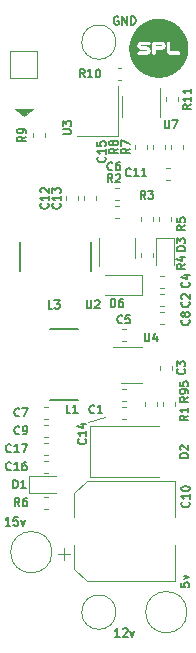
<source format=gbr>
%TF.GenerationSoftware,KiCad,Pcbnew,7.0.6*%
%TF.CreationDate,2023-12-10T23:03:21+01:00*%
%TF.ProjectId,dc_64d,64635f36-3464-42e6-9b69-6361645f7063,0.1*%
%TF.SameCoordinates,Original*%
%TF.FileFunction,Legend,Top*%
%TF.FilePolarity,Positive*%
%FSLAX46Y46*%
G04 Gerber Fmt 4.6, Leading zero omitted, Abs format (unit mm)*
G04 Created by KiCad (PCBNEW 7.0.6) date 2023-12-10 23:03:21*
%MOMM*%
%LPD*%
G01*
G04 APERTURE LIST*
%ADD10C,0.120000*%
%ADD11C,0.150000*%
%ADD12C,0.127000*%
G04 APERTURE END LIST*
D10*
X103886000Y-67691000D02*
X105283000Y-67310000D01*
X97282000Y-36322000D02*
X99568000Y-36322000D01*
X99568000Y-38608000D01*
X97282000Y-38608000D01*
X97282000Y-36322000D01*
X98425000Y-41822557D02*
X97663000Y-41187557D01*
X99187000Y-41187557D01*
X98425000Y-41822557D01*
G36*
X98425000Y-41822557D02*
G01*
X97663000Y-41187557D01*
X99187000Y-41187557D01*
X98425000Y-41822557D01*
G37*
D11*
X111728533Y-81316316D02*
X111728533Y-81649649D01*
X111728533Y-81649649D02*
X112061866Y-81682982D01*
X112061866Y-81682982D02*
X112028533Y-81649649D01*
X112028533Y-81649649D02*
X111995200Y-81582982D01*
X111995200Y-81582982D02*
X111995200Y-81416316D01*
X111995200Y-81416316D02*
X112028533Y-81349649D01*
X112028533Y-81349649D02*
X112061866Y-81316316D01*
X112061866Y-81316316D02*
X112128533Y-81282982D01*
X112128533Y-81282982D02*
X112295200Y-81282982D01*
X112295200Y-81282982D02*
X112361866Y-81316316D01*
X112361866Y-81316316D02*
X112395200Y-81349649D01*
X112395200Y-81349649D02*
X112428533Y-81416316D01*
X112428533Y-81416316D02*
X112428533Y-81582982D01*
X112428533Y-81582982D02*
X112395200Y-81649649D01*
X112395200Y-81649649D02*
X112361866Y-81682982D01*
X111961866Y-81049649D02*
X112428533Y-80882982D01*
X112428533Y-80882982D02*
X111961866Y-80716315D01*
X97279017Y-76487533D02*
X96879017Y-76487533D01*
X97079017Y-76487533D02*
X97079017Y-75787533D01*
X97079017Y-75787533D02*
X97012350Y-75887533D01*
X97012350Y-75887533D02*
X96945684Y-75954200D01*
X96945684Y-75954200D02*
X96879017Y-75987533D01*
X97912351Y-75787533D02*
X97579017Y-75787533D01*
X97579017Y-75787533D02*
X97545684Y-76120866D01*
X97545684Y-76120866D02*
X97579017Y-76087533D01*
X97579017Y-76087533D02*
X97645684Y-76054200D01*
X97645684Y-76054200D02*
X97812351Y-76054200D01*
X97812351Y-76054200D02*
X97879017Y-76087533D01*
X97879017Y-76087533D02*
X97912351Y-76120866D01*
X97912351Y-76120866D02*
X97945684Y-76187533D01*
X97945684Y-76187533D02*
X97945684Y-76354200D01*
X97945684Y-76354200D02*
X97912351Y-76420866D01*
X97912351Y-76420866D02*
X97879017Y-76454200D01*
X97879017Y-76454200D02*
X97812351Y-76487533D01*
X97812351Y-76487533D02*
X97645684Y-76487533D01*
X97645684Y-76487533D02*
X97579017Y-76454200D01*
X97579017Y-76454200D02*
X97545684Y-76420866D01*
X98179018Y-76020866D02*
X98345684Y-76487533D01*
X98345684Y-76487533D02*
X98512351Y-76020866D01*
X106423017Y-33402866D02*
X106356350Y-33369533D01*
X106356350Y-33369533D02*
X106256350Y-33369533D01*
X106256350Y-33369533D02*
X106156350Y-33402866D01*
X106156350Y-33402866D02*
X106089684Y-33469533D01*
X106089684Y-33469533D02*
X106056350Y-33536200D01*
X106056350Y-33536200D02*
X106023017Y-33669533D01*
X106023017Y-33669533D02*
X106023017Y-33769533D01*
X106023017Y-33769533D02*
X106056350Y-33902866D01*
X106056350Y-33902866D02*
X106089684Y-33969533D01*
X106089684Y-33969533D02*
X106156350Y-34036200D01*
X106156350Y-34036200D02*
X106256350Y-34069533D01*
X106256350Y-34069533D02*
X106323017Y-34069533D01*
X106323017Y-34069533D02*
X106423017Y-34036200D01*
X106423017Y-34036200D02*
X106456350Y-34002866D01*
X106456350Y-34002866D02*
X106456350Y-33769533D01*
X106456350Y-33769533D02*
X106323017Y-33769533D01*
X106756350Y-34069533D02*
X106756350Y-33369533D01*
X106756350Y-33369533D02*
X107156350Y-34069533D01*
X107156350Y-34069533D02*
X107156350Y-33369533D01*
X107489683Y-34069533D02*
X107489683Y-33369533D01*
X107489683Y-33369533D02*
X107656350Y-33369533D01*
X107656350Y-33369533D02*
X107756350Y-33402866D01*
X107756350Y-33402866D02*
X107823017Y-33469533D01*
X107823017Y-33469533D02*
X107856350Y-33536200D01*
X107856350Y-33536200D02*
X107889683Y-33669533D01*
X107889683Y-33669533D02*
X107889683Y-33769533D01*
X107889683Y-33769533D02*
X107856350Y-33902866D01*
X107856350Y-33902866D02*
X107823017Y-33969533D01*
X107823017Y-33969533D02*
X107756350Y-34036200D01*
X107756350Y-34036200D02*
X107656350Y-34069533D01*
X107656350Y-34069533D02*
X107489683Y-34069533D01*
X106550017Y-85885533D02*
X106150017Y-85885533D01*
X106350017Y-85885533D02*
X106350017Y-85185533D01*
X106350017Y-85185533D02*
X106283350Y-85285533D01*
X106283350Y-85285533D02*
X106216684Y-85352200D01*
X106216684Y-85352200D02*
X106150017Y-85385533D01*
X106816684Y-85252200D02*
X106850017Y-85218866D01*
X106850017Y-85218866D02*
X106916684Y-85185533D01*
X106916684Y-85185533D02*
X107083351Y-85185533D01*
X107083351Y-85185533D02*
X107150017Y-85218866D01*
X107150017Y-85218866D02*
X107183351Y-85252200D01*
X107183351Y-85252200D02*
X107216684Y-85318866D01*
X107216684Y-85318866D02*
X107216684Y-85385533D01*
X107216684Y-85385533D02*
X107183351Y-85485533D01*
X107183351Y-85485533D02*
X106783351Y-85885533D01*
X106783351Y-85885533D02*
X107216684Y-85885533D01*
X107450018Y-85418866D02*
X107616684Y-85885533D01*
X107616684Y-85885533D02*
X107783351Y-85418866D01*
X104404333Y-66924366D02*
X104371000Y-66957700D01*
X104371000Y-66957700D02*
X104271000Y-66991033D01*
X104271000Y-66991033D02*
X104204333Y-66991033D01*
X104204333Y-66991033D02*
X104104333Y-66957700D01*
X104104333Y-66957700D02*
X104037667Y-66891033D01*
X104037667Y-66891033D02*
X104004333Y-66824366D01*
X104004333Y-66824366D02*
X103971000Y-66691033D01*
X103971000Y-66691033D02*
X103971000Y-66591033D01*
X103971000Y-66591033D02*
X104004333Y-66457700D01*
X104004333Y-66457700D02*
X104037667Y-66391033D01*
X104037667Y-66391033D02*
X104104333Y-66324366D01*
X104104333Y-66324366D02*
X104204333Y-66291033D01*
X104204333Y-66291033D02*
X104271000Y-66291033D01*
X104271000Y-66291033D02*
X104371000Y-66324366D01*
X104371000Y-66324366D02*
X104404333Y-66357700D01*
X105071000Y-66991033D02*
X104671000Y-66991033D01*
X104871000Y-66991033D02*
X104871000Y-66291033D01*
X104871000Y-66291033D02*
X104804333Y-66391033D01*
X104804333Y-66391033D02*
X104737667Y-66457700D01*
X104737667Y-66457700D02*
X104671000Y-66491033D01*
X112584033Y-40836000D02*
X112250700Y-41069333D01*
X112584033Y-41236000D02*
X111884033Y-41236000D01*
X111884033Y-41236000D02*
X111884033Y-40969333D01*
X111884033Y-40969333D02*
X111917366Y-40902667D01*
X111917366Y-40902667D02*
X111950700Y-40869333D01*
X111950700Y-40869333D02*
X112017366Y-40836000D01*
X112017366Y-40836000D02*
X112117366Y-40836000D01*
X112117366Y-40836000D02*
X112184033Y-40869333D01*
X112184033Y-40869333D02*
X112217366Y-40902667D01*
X112217366Y-40902667D02*
X112250700Y-40969333D01*
X112250700Y-40969333D02*
X112250700Y-41236000D01*
X112584033Y-40169333D02*
X112584033Y-40569333D01*
X112584033Y-40369333D02*
X111884033Y-40369333D01*
X111884033Y-40369333D02*
X111984033Y-40436000D01*
X111984033Y-40436000D02*
X112050700Y-40502667D01*
X112050700Y-40502667D02*
X112084033Y-40569333D01*
X112584033Y-39502666D02*
X112584033Y-39902666D01*
X112584033Y-39702666D02*
X111884033Y-39702666D01*
X111884033Y-39702666D02*
X111984033Y-39769333D01*
X111984033Y-39769333D02*
X112050700Y-39836000D01*
X112050700Y-39836000D02*
X112084033Y-39902666D01*
X98054333Y-67178366D02*
X98021000Y-67211700D01*
X98021000Y-67211700D02*
X97921000Y-67245033D01*
X97921000Y-67245033D02*
X97854333Y-67245033D01*
X97854333Y-67245033D02*
X97754333Y-67211700D01*
X97754333Y-67211700D02*
X97687667Y-67145033D01*
X97687667Y-67145033D02*
X97654333Y-67078366D01*
X97654333Y-67078366D02*
X97621000Y-66945033D01*
X97621000Y-66945033D02*
X97621000Y-66845033D01*
X97621000Y-66845033D02*
X97654333Y-66711700D01*
X97654333Y-66711700D02*
X97687667Y-66645033D01*
X97687667Y-66645033D02*
X97754333Y-66578366D01*
X97754333Y-66578366D02*
X97854333Y-66545033D01*
X97854333Y-66545033D02*
X97921000Y-66545033D01*
X97921000Y-66545033D02*
X98021000Y-66578366D01*
X98021000Y-66578366D02*
X98054333Y-66611700D01*
X98287667Y-66545033D02*
X98754333Y-66545033D01*
X98754333Y-66545033D02*
X98454333Y-67245033D01*
X108654666Y-60195033D02*
X108654666Y-60761700D01*
X108654666Y-60761700D02*
X108688000Y-60828366D01*
X108688000Y-60828366D02*
X108721333Y-60861700D01*
X108721333Y-60861700D02*
X108788000Y-60895033D01*
X108788000Y-60895033D02*
X108921333Y-60895033D01*
X108921333Y-60895033D02*
X108988000Y-60861700D01*
X108988000Y-60861700D02*
X109021333Y-60828366D01*
X109021333Y-60828366D02*
X109054666Y-60761700D01*
X109054666Y-60761700D02*
X109054666Y-60195033D01*
X109687999Y-60428366D02*
X109687999Y-60895033D01*
X109521333Y-60161700D02*
X109354666Y-60661700D01*
X109354666Y-60661700D02*
X109787999Y-60661700D01*
X112330033Y-65601000D02*
X111996700Y-65834333D01*
X112330033Y-66001000D02*
X111630033Y-66001000D01*
X111630033Y-66001000D02*
X111630033Y-65734333D01*
X111630033Y-65734333D02*
X111663366Y-65667667D01*
X111663366Y-65667667D02*
X111696700Y-65634333D01*
X111696700Y-65634333D02*
X111763366Y-65601000D01*
X111763366Y-65601000D02*
X111863366Y-65601000D01*
X111863366Y-65601000D02*
X111930033Y-65634333D01*
X111930033Y-65634333D02*
X111963366Y-65667667D01*
X111963366Y-65667667D02*
X111996700Y-65734333D01*
X111996700Y-65734333D02*
X111996700Y-66001000D01*
X112330033Y-65267667D02*
X112330033Y-65134333D01*
X112330033Y-65134333D02*
X112296700Y-65067667D01*
X112296700Y-65067667D02*
X112263366Y-65034333D01*
X112263366Y-65034333D02*
X112163366Y-64967667D01*
X112163366Y-64967667D02*
X112030033Y-64934333D01*
X112030033Y-64934333D02*
X111763366Y-64934333D01*
X111763366Y-64934333D02*
X111696700Y-64967667D01*
X111696700Y-64967667D02*
X111663366Y-65001000D01*
X111663366Y-65001000D02*
X111630033Y-65067667D01*
X111630033Y-65067667D02*
X111630033Y-65201000D01*
X111630033Y-65201000D02*
X111663366Y-65267667D01*
X111663366Y-65267667D02*
X111696700Y-65301000D01*
X111696700Y-65301000D02*
X111763366Y-65334333D01*
X111763366Y-65334333D02*
X111930033Y-65334333D01*
X111930033Y-65334333D02*
X111996700Y-65301000D01*
X111996700Y-65301000D02*
X112030033Y-65267667D01*
X112030033Y-65267667D02*
X112063366Y-65201000D01*
X112063366Y-65201000D02*
X112063366Y-65067667D01*
X112063366Y-65067667D02*
X112030033Y-65001000D01*
X112030033Y-65001000D02*
X111996700Y-64967667D01*
X111996700Y-64967667D02*
X111930033Y-64934333D01*
X111630033Y-64301000D02*
X111630033Y-64634333D01*
X111630033Y-64634333D02*
X111963366Y-64667666D01*
X111963366Y-64667666D02*
X111930033Y-64634333D01*
X111930033Y-64634333D02*
X111896700Y-64567666D01*
X111896700Y-64567666D02*
X111896700Y-64401000D01*
X111896700Y-64401000D02*
X111930033Y-64334333D01*
X111930033Y-64334333D02*
X111963366Y-64301000D01*
X111963366Y-64301000D02*
X112030033Y-64267666D01*
X112030033Y-64267666D02*
X112196700Y-64267666D01*
X112196700Y-64267666D02*
X112263366Y-64301000D01*
X112263366Y-64301000D02*
X112296700Y-64334333D01*
X112296700Y-64334333D02*
X112330033Y-64401000D01*
X112330033Y-64401000D02*
X112330033Y-64567666D01*
X112330033Y-64567666D02*
X112296700Y-64634333D01*
X112296700Y-64634333D02*
X112263366Y-64667666D01*
X112390366Y-57546166D02*
X112423700Y-57579499D01*
X112423700Y-57579499D02*
X112457033Y-57679499D01*
X112457033Y-57679499D02*
X112457033Y-57746166D01*
X112457033Y-57746166D02*
X112423700Y-57846166D01*
X112423700Y-57846166D02*
X112357033Y-57912833D01*
X112357033Y-57912833D02*
X112290366Y-57946166D01*
X112290366Y-57946166D02*
X112157033Y-57979499D01*
X112157033Y-57979499D02*
X112057033Y-57979499D01*
X112057033Y-57979499D02*
X111923700Y-57946166D01*
X111923700Y-57946166D02*
X111857033Y-57912833D01*
X111857033Y-57912833D02*
X111790366Y-57846166D01*
X111790366Y-57846166D02*
X111757033Y-57746166D01*
X111757033Y-57746166D02*
X111757033Y-57679499D01*
X111757033Y-57679499D02*
X111790366Y-57579499D01*
X111790366Y-57579499D02*
X111823700Y-57546166D01*
X111823700Y-57279499D02*
X111790366Y-57246166D01*
X111790366Y-57246166D02*
X111757033Y-57179499D01*
X111757033Y-57179499D02*
X111757033Y-57012833D01*
X111757033Y-57012833D02*
X111790366Y-56946166D01*
X111790366Y-56946166D02*
X111823700Y-56912833D01*
X111823700Y-56912833D02*
X111890366Y-56879499D01*
X111890366Y-56879499D02*
X111957033Y-56879499D01*
X111957033Y-56879499D02*
X112057033Y-56912833D01*
X112057033Y-56912833D02*
X112457033Y-57312833D01*
X112457033Y-57312833D02*
X112457033Y-56879499D01*
X105928333Y-47433033D02*
X105695000Y-47099700D01*
X105528333Y-47433033D02*
X105528333Y-46733033D01*
X105528333Y-46733033D02*
X105795000Y-46733033D01*
X105795000Y-46733033D02*
X105861667Y-46766366D01*
X105861667Y-46766366D02*
X105895000Y-46799700D01*
X105895000Y-46799700D02*
X105928333Y-46866366D01*
X105928333Y-46866366D02*
X105928333Y-46966366D01*
X105928333Y-46966366D02*
X105895000Y-47033033D01*
X105895000Y-47033033D02*
X105861667Y-47066366D01*
X105861667Y-47066366D02*
X105795000Y-47099700D01*
X105795000Y-47099700D02*
X105528333Y-47099700D01*
X106195000Y-46799700D02*
X106228333Y-46766366D01*
X106228333Y-46766366D02*
X106295000Y-46733033D01*
X106295000Y-46733033D02*
X106461667Y-46733033D01*
X106461667Y-46733033D02*
X106528333Y-46766366D01*
X106528333Y-46766366D02*
X106561667Y-46799700D01*
X106561667Y-46799700D02*
X106595000Y-46866366D01*
X106595000Y-46866366D02*
X106595000Y-46933033D01*
X106595000Y-46933033D02*
X106561667Y-47033033D01*
X106561667Y-47033033D02*
X106161667Y-47433033D01*
X106161667Y-47433033D02*
X106595000Y-47433033D01*
X97339999Y-70226366D02*
X97306666Y-70259700D01*
X97306666Y-70259700D02*
X97206666Y-70293033D01*
X97206666Y-70293033D02*
X97139999Y-70293033D01*
X97139999Y-70293033D02*
X97039999Y-70259700D01*
X97039999Y-70259700D02*
X96973333Y-70193033D01*
X96973333Y-70193033D02*
X96939999Y-70126366D01*
X96939999Y-70126366D02*
X96906666Y-69993033D01*
X96906666Y-69993033D02*
X96906666Y-69893033D01*
X96906666Y-69893033D02*
X96939999Y-69759700D01*
X96939999Y-69759700D02*
X96973333Y-69693033D01*
X96973333Y-69693033D02*
X97039999Y-69626366D01*
X97039999Y-69626366D02*
X97139999Y-69593033D01*
X97139999Y-69593033D02*
X97206666Y-69593033D01*
X97206666Y-69593033D02*
X97306666Y-69626366D01*
X97306666Y-69626366D02*
X97339999Y-69659700D01*
X98006666Y-70293033D02*
X97606666Y-70293033D01*
X97806666Y-70293033D02*
X97806666Y-69593033D01*
X97806666Y-69593033D02*
X97739999Y-69693033D01*
X97739999Y-69693033D02*
X97673333Y-69759700D01*
X97673333Y-69759700D02*
X97606666Y-69793033D01*
X98240000Y-69593033D02*
X98706666Y-69593033D01*
X98706666Y-69593033D02*
X98406666Y-70293033D01*
X112390366Y-74491000D02*
X112423700Y-74524333D01*
X112423700Y-74524333D02*
X112457033Y-74624333D01*
X112457033Y-74624333D02*
X112457033Y-74691000D01*
X112457033Y-74691000D02*
X112423700Y-74791000D01*
X112423700Y-74791000D02*
X112357033Y-74857667D01*
X112357033Y-74857667D02*
X112290366Y-74891000D01*
X112290366Y-74891000D02*
X112157033Y-74924333D01*
X112157033Y-74924333D02*
X112057033Y-74924333D01*
X112057033Y-74924333D02*
X111923700Y-74891000D01*
X111923700Y-74891000D02*
X111857033Y-74857667D01*
X111857033Y-74857667D02*
X111790366Y-74791000D01*
X111790366Y-74791000D02*
X111757033Y-74691000D01*
X111757033Y-74691000D02*
X111757033Y-74624333D01*
X111757033Y-74624333D02*
X111790366Y-74524333D01*
X111790366Y-74524333D02*
X111823700Y-74491000D01*
X112457033Y-73824333D02*
X112457033Y-74224333D01*
X112457033Y-74024333D02*
X111757033Y-74024333D01*
X111757033Y-74024333D02*
X111857033Y-74091000D01*
X111857033Y-74091000D02*
X111923700Y-74157667D01*
X111923700Y-74157667D02*
X111957033Y-74224333D01*
X111757033Y-73391000D02*
X111757033Y-73324333D01*
X111757033Y-73324333D02*
X111790366Y-73257666D01*
X111790366Y-73257666D02*
X111823700Y-73224333D01*
X111823700Y-73224333D02*
X111890366Y-73191000D01*
X111890366Y-73191000D02*
X112023700Y-73157666D01*
X112023700Y-73157666D02*
X112190366Y-73157666D01*
X112190366Y-73157666D02*
X112323700Y-73191000D01*
X112323700Y-73191000D02*
X112390366Y-73224333D01*
X112390366Y-73224333D02*
X112423700Y-73257666D01*
X112423700Y-73257666D02*
X112457033Y-73324333D01*
X112457033Y-73324333D02*
X112457033Y-73391000D01*
X112457033Y-73391000D02*
X112423700Y-73457666D01*
X112423700Y-73457666D02*
X112390366Y-73491000D01*
X112390366Y-73491000D02*
X112323700Y-73524333D01*
X112323700Y-73524333D02*
X112190366Y-73557666D01*
X112190366Y-73557666D02*
X112023700Y-73557666D01*
X112023700Y-73557666D02*
X111890366Y-73524333D01*
X111890366Y-73524333D02*
X111823700Y-73491000D01*
X111823700Y-73491000D02*
X111790366Y-73457666D01*
X111790366Y-73457666D02*
X111757033Y-73391000D01*
X108722333Y-48830033D02*
X108489000Y-48496700D01*
X108322333Y-48830033D02*
X108322333Y-48130033D01*
X108322333Y-48130033D02*
X108589000Y-48130033D01*
X108589000Y-48130033D02*
X108655667Y-48163366D01*
X108655667Y-48163366D02*
X108689000Y-48196700D01*
X108689000Y-48196700D02*
X108722333Y-48263366D01*
X108722333Y-48263366D02*
X108722333Y-48363366D01*
X108722333Y-48363366D02*
X108689000Y-48430033D01*
X108689000Y-48430033D02*
X108655667Y-48463366D01*
X108655667Y-48463366D02*
X108589000Y-48496700D01*
X108589000Y-48496700D02*
X108322333Y-48496700D01*
X108955667Y-48130033D02*
X109389000Y-48130033D01*
X109389000Y-48130033D02*
X109155667Y-48396700D01*
X109155667Y-48396700D02*
X109255667Y-48396700D01*
X109255667Y-48396700D02*
X109322333Y-48430033D01*
X109322333Y-48430033D02*
X109355667Y-48463366D01*
X109355667Y-48463366D02*
X109389000Y-48530033D01*
X109389000Y-48530033D02*
X109389000Y-48696700D01*
X109389000Y-48696700D02*
X109355667Y-48763366D01*
X109355667Y-48763366D02*
X109322333Y-48796700D01*
X109322333Y-48796700D02*
X109255667Y-48830033D01*
X109255667Y-48830033D02*
X109055667Y-48830033D01*
X109055667Y-48830033D02*
X108989000Y-48796700D01*
X108989000Y-48796700D02*
X108955667Y-48763366D01*
X112076033Y-54345666D02*
X111742700Y-54578999D01*
X112076033Y-54745666D02*
X111376033Y-54745666D01*
X111376033Y-54745666D02*
X111376033Y-54478999D01*
X111376033Y-54478999D02*
X111409366Y-54412333D01*
X111409366Y-54412333D02*
X111442700Y-54378999D01*
X111442700Y-54378999D02*
X111509366Y-54345666D01*
X111509366Y-54345666D02*
X111609366Y-54345666D01*
X111609366Y-54345666D02*
X111676033Y-54378999D01*
X111676033Y-54378999D02*
X111709366Y-54412333D01*
X111709366Y-54412333D02*
X111742700Y-54478999D01*
X111742700Y-54478999D02*
X111742700Y-54745666D01*
X111609366Y-53745666D02*
X112076033Y-53745666D01*
X111342700Y-53912333D02*
X111842700Y-54078999D01*
X111842700Y-54078999D02*
X111842700Y-53645666D01*
X102372333Y-66991033D02*
X102038999Y-66991033D01*
X102038999Y-66991033D02*
X102038999Y-66291033D01*
X102972333Y-66991033D02*
X102572333Y-66991033D01*
X102772333Y-66991033D02*
X102772333Y-66291033D01*
X102772333Y-66291033D02*
X102705666Y-66391033D01*
X102705666Y-66391033D02*
X102639000Y-66457700D01*
X102639000Y-66457700D02*
X102572333Y-66491033D01*
X100452366Y-49218000D02*
X100485700Y-49251333D01*
X100485700Y-49251333D02*
X100519033Y-49351333D01*
X100519033Y-49351333D02*
X100519033Y-49418000D01*
X100519033Y-49418000D02*
X100485700Y-49518000D01*
X100485700Y-49518000D02*
X100419033Y-49584667D01*
X100419033Y-49584667D02*
X100352366Y-49618000D01*
X100352366Y-49618000D02*
X100219033Y-49651333D01*
X100219033Y-49651333D02*
X100119033Y-49651333D01*
X100119033Y-49651333D02*
X99985700Y-49618000D01*
X99985700Y-49618000D02*
X99919033Y-49584667D01*
X99919033Y-49584667D02*
X99852366Y-49518000D01*
X99852366Y-49518000D02*
X99819033Y-49418000D01*
X99819033Y-49418000D02*
X99819033Y-49351333D01*
X99819033Y-49351333D02*
X99852366Y-49251333D01*
X99852366Y-49251333D02*
X99885700Y-49218000D01*
X100519033Y-48551333D02*
X100519033Y-48951333D01*
X100519033Y-48751333D02*
X99819033Y-48751333D01*
X99819033Y-48751333D02*
X99919033Y-48818000D01*
X99919033Y-48818000D02*
X99985700Y-48884667D01*
X99985700Y-48884667D02*
X100019033Y-48951333D01*
X99885700Y-48284666D02*
X99852366Y-48251333D01*
X99852366Y-48251333D02*
X99819033Y-48184666D01*
X99819033Y-48184666D02*
X99819033Y-48018000D01*
X99819033Y-48018000D02*
X99852366Y-47951333D01*
X99852366Y-47951333D02*
X99885700Y-47918000D01*
X99885700Y-47918000D02*
X99952366Y-47884666D01*
X99952366Y-47884666D02*
X100019033Y-47884666D01*
X100019033Y-47884666D02*
X100119033Y-47918000D01*
X100119033Y-47918000D02*
X100519033Y-48318000D01*
X100519033Y-48318000D02*
X100519033Y-47884666D01*
X105278366Y-45281000D02*
X105311700Y-45314333D01*
X105311700Y-45314333D02*
X105345033Y-45414333D01*
X105345033Y-45414333D02*
X105345033Y-45481000D01*
X105345033Y-45481000D02*
X105311700Y-45581000D01*
X105311700Y-45581000D02*
X105245033Y-45647667D01*
X105245033Y-45647667D02*
X105178366Y-45681000D01*
X105178366Y-45681000D02*
X105045033Y-45714333D01*
X105045033Y-45714333D02*
X104945033Y-45714333D01*
X104945033Y-45714333D02*
X104811700Y-45681000D01*
X104811700Y-45681000D02*
X104745033Y-45647667D01*
X104745033Y-45647667D02*
X104678366Y-45581000D01*
X104678366Y-45581000D02*
X104645033Y-45481000D01*
X104645033Y-45481000D02*
X104645033Y-45414333D01*
X104645033Y-45414333D02*
X104678366Y-45314333D01*
X104678366Y-45314333D02*
X104711700Y-45281000D01*
X105345033Y-44614333D02*
X105345033Y-45014333D01*
X105345033Y-44814333D02*
X104645033Y-44814333D01*
X104645033Y-44814333D02*
X104745033Y-44881000D01*
X104745033Y-44881000D02*
X104811700Y-44947667D01*
X104811700Y-44947667D02*
X104845033Y-45014333D01*
X104645033Y-43981000D02*
X104645033Y-44314333D01*
X104645033Y-44314333D02*
X104978366Y-44347666D01*
X104978366Y-44347666D02*
X104945033Y-44314333D01*
X104945033Y-44314333D02*
X104911700Y-44247666D01*
X104911700Y-44247666D02*
X104911700Y-44081000D01*
X104911700Y-44081000D02*
X104945033Y-44014333D01*
X104945033Y-44014333D02*
X104978366Y-43981000D01*
X104978366Y-43981000D02*
X105045033Y-43947666D01*
X105045033Y-43947666D02*
X105211700Y-43947666D01*
X105211700Y-43947666D02*
X105278366Y-43981000D01*
X105278366Y-43981000D02*
X105311700Y-44014333D01*
X105311700Y-44014333D02*
X105345033Y-44081000D01*
X105345033Y-44081000D02*
X105345033Y-44247666D01*
X105345033Y-44247666D02*
X105311700Y-44314333D01*
X105311700Y-44314333D02*
X105278366Y-44347666D01*
X112390366Y-55895166D02*
X112423700Y-55928499D01*
X112423700Y-55928499D02*
X112457033Y-56028499D01*
X112457033Y-56028499D02*
X112457033Y-56095166D01*
X112457033Y-56095166D02*
X112423700Y-56195166D01*
X112423700Y-56195166D02*
X112357033Y-56261833D01*
X112357033Y-56261833D02*
X112290366Y-56295166D01*
X112290366Y-56295166D02*
X112157033Y-56328499D01*
X112157033Y-56328499D02*
X112057033Y-56328499D01*
X112057033Y-56328499D02*
X111923700Y-56295166D01*
X111923700Y-56295166D02*
X111857033Y-56261833D01*
X111857033Y-56261833D02*
X111790366Y-56195166D01*
X111790366Y-56195166D02*
X111757033Y-56095166D01*
X111757033Y-56095166D02*
X111757033Y-56028499D01*
X111757033Y-56028499D02*
X111790366Y-55928499D01*
X111790366Y-55928499D02*
X111823700Y-55895166D01*
X111990366Y-55295166D02*
X112457033Y-55295166D01*
X111723700Y-55461833D02*
X112223700Y-55628499D01*
X112223700Y-55628499D02*
X112223700Y-55195166D01*
X105782333Y-57999533D02*
X105782333Y-57299533D01*
X105782333Y-57299533D02*
X105949000Y-57299533D01*
X105949000Y-57299533D02*
X106049000Y-57332866D01*
X106049000Y-57332866D02*
X106115667Y-57399533D01*
X106115667Y-57399533D02*
X106149000Y-57466200D01*
X106149000Y-57466200D02*
X106182333Y-57599533D01*
X106182333Y-57599533D02*
X106182333Y-57699533D01*
X106182333Y-57699533D02*
X106149000Y-57832866D01*
X106149000Y-57832866D02*
X106115667Y-57899533D01*
X106115667Y-57899533D02*
X106049000Y-57966200D01*
X106049000Y-57966200D02*
X105949000Y-57999533D01*
X105949000Y-57999533D02*
X105782333Y-57999533D01*
X106782333Y-57299533D02*
X106649000Y-57299533D01*
X106649000Y-57299533D02*
X106582333Y-57332866D01*
X106582333Y-57332866D02*
X106549000Y-57366200D01*
X106549000Y-57366200D02*
X106482333Y-57466200D01*
X106482333Y-57466200D02*
X106449000Y-57599533D01*
X106449000Y-57599533D02*
X106449000Y-57866200D01*
X106449000Y-57866200D02*
X106482333Y-57932866D01*
X106482333Y-57932866D02*
X106515667Y-57966200D01*
X106515667Y-57966200D02*
X106582333Y-57999533D01*
X106582333Y-57999533D02*
X106715667Y-57999533D01*
X106715667Y-57999533D02*
X106782333Y-57966200D01*
X106782333Y-57966200D02*
X106815667Y-57932866D01*
X106815667Y-57932866D02*
X106849000Y-57866200D01*
X106849000Y-57866200D02*
X106849000Y-57699533D01*
X106849000Y-57699533D02*
X106815667Y-57632866D01*
X106815667Y-57632866D02*
X106782333Y-57599533D01*
X106782333Y-57599533D02*
X106715667Y-57566200D01*
X106715667Y-57566200D02*
X106582333Y-57566200D01*
X106582333Y-57566200D02*
X106515667Y-57599533D01*
X106515667Y-57599533D02*
X106482333Y-57632866D01*
X106482333Y-57632866D02*
X106449000Y-57699533D01*
X112330033Y-67172666D02*
X111996700Y-67405999D01*
X112330033Y-67572666D02*
X111630033Y-67572666D01*
X111630033Y-67572666D02*
X111630033Y-67305999D01*
X111630033Y-67305999D02*
X111663366Y-67239333D01*
X111663366Y-67239333D02*
X111696700Y-67205999D01*
X111696700Y-67205999D02*
X111763366Y-67172666D01*
X111763366Y-67172666D02*
X111863366Y-67172666D01*
X111863366Y-67172666D02*
X111930033Y-67205999D01*
X111930033Y-67205999D02*
X111963366Y-67239333D01*
X111963366Y-67239333D02*
X111996700Y-67305999D01*
X111996700Y-67305999D02*
X111996700Y-67572666D01*
X112330033Y-66505999D02*
X112330033Y-66905999D01*
X112330033Y-66705999D02*
X111630033Y-66705999D01*
X111630033Y-66705999D02*
X111730033Y-66772666D01*
X111730033Y-66772666D02*
X111796700Y-66839333D01*
X111796700Y-66839333D02*
X111830033Y-66905999D01*
X100848333Y-58126533D02*
X100514999Y-58126533D01*
X100514999Y-58126533D02*
X100514999Y-57426533D01*
X101015000Y-57426533D02*
X101448333Y-57426533D01*
X101448333Y-57426533D02*
X101215000Y-57693200D01*
X101215000Y-57693200D02*
X101315000Y-57693200D01*
X101315000Y-57693200D02*
X101381666Y-57726533D01*
X101381666Y-57726533D02*
X101415000Y-57759866D01*
X101415000Y-57759866D02*
X101448333Y-57826533D01*
X101448333Y-57826533D02*
X101448333Y-57993200D01*
X101448333Y-57993200D02*
X101415000Y-58059866D01*
X101415000Y-58059866D02*
X101381666Y-58093200D01*
X101381666Y-58093200D02*
X101315000Y-58126533D01*
X101315000Y-58126533D02*
X101115000Y-58126533D01*
X101115000Y-58126533D02*
X101048333Y-58093200D01*
X101048333Y-58093200D02*
X101015000Y-58059866D01*
X112076033Y-53221666D02*
X111376033Y-53221666D01*
X111376033Y-53221666D02*
X111376033Y-53054999D01*
X111376033Y-53054999D02*
X111409366Y-52954999D01*
X111409366Y-52954999D02*
X111476033Y-52888333D01*
X111476033Y-52888333D02*
X111542700Y-52854999D01*
X111542700Y-52854999D02*
X111676033Y-52821666D01*
X111676033Y-52821666D02*
X111776033Y-52821666D01*
X111776033Y-52821666D02*
X111909366Y-52854999D01*
X111909366Y-52854999D02*
X111976033Y-52888333D01*
X111976033Y-52888333D02*
X112042700Y-52954999D01*
X112042700Y-52954999D02*
X112076033Y-53054999D01*
X112076033Y-53054999D02*
X112076033Y-53221666D01*
X111376033Y-52588333D02*
X111376033Y-52154999D01*
X111376033Y-52154999D02*
X111642700Y-52388333D01*
X111642700Y-52388333D02*
X111642700Y-52288333D01*
X111642700Y-52288333D02*
X111676033Y-52221666D01*
X111676033Y-52221666D02*
X111709366Y-52188333D01*
X111709366Y-52188333D02*
X111776033Y-52154999D01*
X111776033Y-52154999D02*
X111942700Y-52154999D01*
X111942700Y-52154999D02*
X112009366Y-52188333D01*
X112009366Y-52188333D02*
X112042700Y-52221666D01*
X112042700Y-52221666D02*
X112076033Y-52288333D01*
X112076033Y-52288333D02*
X112076033Y-52488333D01*
X112076033Y-52488333D02*
X112042700Y-52554999D01*
X112042700Y-52554999D02*
X112009366Y-52588333D01*
X103627366Y-69157000D02*
X103660700Y-69190333D01*
X103660700Y-69190333D02*
X103694033Y-69290333D01*
X103694033Y-69290333D02*
X103694033Y-69357000D01*
X103694033Y-69357000D02*
X103660700Y-69457000D01*
X103660700Y-69457000D02*
X103594033Y-69523667D01*
X103594033Y-69523667D02*
X103527366Y-69557000D01*
X103527366Y-69557000D02*
X103394033Y-69590333D01*
X103394033Y-69590333D02*
X103294033Y-69590333D01*
X103294033Y-69590333D02*
X103160700Y-69557000D01*
X103160700Y-69557000D02*
X103094033Y-69523667D01*
X103094033Y-69523667D02*
X103027366Y-69457000D01*
X103027366Y-69457000D02*
X102994033Y-69357000D01*
X102994033Y-69357000D02*
X102994033Y-69290333D01*
X102994033Y-69290333D02*
X103027366Y-69190333D01*
X103027366Y-69190333D02*
X103060700Y-69157000D01*
X103694033Y-68490333D02*
X103694033Y-68890333D01*
X103694033Y-68690333D02*
X102994033Y-68690333D01*
X102994033Y-68690333D02*
X103094033Y-68757000D01*
X103094033Y-68757000D02*
X103160700Y-68823667D01*
X103160700Y-68823667D02*
X103194033Y-68890333D01*
X103227366Y-67890333D02*
X103694033Y-67890333D01*
X102960700Y-68057000D02*
X103460700Y-68223666D01*
X103460700Y-68223666D02*
X103460700Y-67790333D01*
X112390366Y-59070166D02*
X112423700Y-59103499D01*
X112423700Y-59103499D02*
X112457033Y-59203499D01*
X112457033Y-59203499D02*
X112457033Y-59270166D01*
X112457033Y-59270166D02*
X112423700Y-59370166D01*
X112423700Y-59370166D02*
X112357033Y-59436833D01*
X112357033Y-59436833D02*
X112290366Y-59470166D01*
X112290366Y-59470166D02*
X112157033Y-59503499D01*
X112157033Y-59503499D02*
X112057033Y-59503499D01*
X112057033Y-59503499D02*
X111923700Y-59470166D01*
X111923700Y-59470166D02*
X111857033Y-59436833D01*
X111857033Y-59436833D02*
X111790366Y-59370166D01*
X111790366Y-59370166D02*
X111757033Y-59270166D01*
X111757033Y-59270166D02*
X111757033Y-59203499D01*
X111757033Y-59203499D02*
X111790366Y-59103499D01*
X111790366Y-59103499D02*
X111823700Y-59070166D01*
X112057033Y-58670166D02*
X112023700Y-58736833D01*
X112023700Y-58736833D02*
X111990366Y-58770166D01*
X111990366Y-58770166D02*
X111923700Y-58803499D01*
X111923700Y-58803499D02*
X111890366Y-58803499D01*
X111890366Y-58803499D02*
X111823700Y-58770166D01*
X111823700Y-58770166D02*
X111790366Y-58736833D01*
X111790366Y-58736833D02*
X111757033Y-58670166D01*
X111757033Y-58670166D02*
X111757033Y-58536833D01*
X111757033Y-58536833D02*
X111790366Y-58470166D01*
X111790366Y-58470166D02*
X111823700Y-58436833D01*
X111823700Y-58436833D02*
X111890366Y-58403499D01*
X111890366Y-58403499D02*
X111923700Y-58403499D01*
X111923700Y-58403499D02*
X111990366Y-58436833D01*
X111990366Y-58436833D02*
X112023700Y-58470166D01*
X112023700Y-58470166D02*
X112057033Y-58536833D01*
X112057033Y-58536833D02*
X112057033Y-58670166D01*
X112057033Y-58670166D02*
X112090366Y-58736833D01*
X112090366Y-58736833D02*
X112123700Y-58770166D01*
X112123700Y-58770166D02*
X112190366Y-58803499D01*
X112190366Y-58803499D02*
X112323700Y-58803499D01*
X112323700Y-58803499D02*
X112390366Y-58770166D01*
X112390366Y-58770166D02*
X112423700Y-58736833D01*
X112423700Y-58736833D02*
X112457033Y-58670166D01*
X112457033Y-58670166D02*
X112457033Y-58536833D01*
X112457033Y-58536833D02*
X112423700Y-58470166D01*
X112423700Y-58470166D02*
X112390366Y-58436833D01*
X112390366Y-58436833D02*
X112323700Y-58403499D01*
X112323700Y-58403499D02*
X112190366Y-58403499D01*
X112190366Y-58403499D02*
X112123700Y-58436833D01*
X112123700Y-58436833D02*
X112090366Y-58470166D01*
X112090366Y-58470166D02*
X112057033Y-58536833D01*
X97527333Y-73341033D02*
X97527333Y-72641033D01*
X97527333Y-72641033D02*
X97694000Y-72641033D01*
X97694000Y-72641033D02*
X97794000Y-72674366D01*
X97794000Y-72674366D02*
X97860667Y-72741033D01*
X97860667Y-72741033D02*
X97894000Y-72807700D01*
X97894000Y-72807700D02*
X97927333Y-72941033D01*
X97927333Y-72941033D02*
X97927333Y-73041033D01*
X97927333Y-73041033D02*
X97894000Y-73174366D01*
X97894000Y-73174366D02*
X97860667Y-73241033D01*
X97860667Y-73241033D02*
X97794000Y-73307700D01*
X97794000Y-73307700D02*
X97694000Y-73341033D01*
X97694000Y-73341033D02*
X97527333Y-73341033D01*
X98594000Y-73341033D02*
X98194000Y-73341033D01*
X98394000Y-73341033D02*
X98394000Y-72641033D01*
X98394000Y-72641033D02*
X98327333Y-72741033D01*
X98327333Y-72741033D02*
X98260667Y-72807700D01*
X98260667Y-72807700D02*
X98194000Y-72841033D01*
X112330033Y-70747666D02*
X111630033Y-70747666D01*
X111630033Y-70747666D02*
X111630033Y-70580999D01*
X111630033Y-70580999D02*
X111663366Y-70480999D01*
X111663366Y-70480999D02*
X111730033Y-70414333D01*
X111730033Y-70414333D02*
X111796700Y-70380999D01*
X111796700Y-70380999D02*
X111930033Y-70347666D01*
X111930033Y-70347666D02*
X112030033Y-70347666D01*
X112030033Y-70347666D02*
X112163366Y-70380999D01*
X112163366Y-70380999D02*
X112230033Y-70414333D01*
X112230033Y-70414333D02*
X112296700Y-70480999D01*
X112296700Y-70480999D02*
X112330033Y-70580999D01*
X112330033Y-70580999D02*
X112330033Y-70747666D01*
X111696700Y-70080999D02*
X111663366Y-70047666D01*
X111663366Y-70047666D02*
X111630033Y-69980999D01*
X111630033Y-69980999D02*
X111630033Y-69814333D01*
X111630033Y-69814333D02*
X111663366Y-69747666D01*
X111663366Y-69747666D02*
X111696700Y-69714333D01*
X111696700Y-69714333D02*
X111763366Y-69680999D01*
X111763366Y-69680999D02*
X111830033Y-69680999D01*
X111830033Y-69680999D02*
X111930033Y-69714333D01*
X111930033Y-69714333D02*
X112330033Y-70114333D01*
X112330033Y-70114333D02*
X112330033Y-69680999D01*
X101714033Y-43332333D02*
X102280700Y-43332333D01*
X102280700Y-43332333D02*
X102347366Y-43299000D01*
X102347366Y-43299000D02*
X102380700Y-43265666D01*
X102380700Y-43265666D02*
X102414033Y-43199000D01*
X102414033Y-43199000D02*
X102414033Y-43065666D01*
X102414033Y-43065666D02*
X102380700Y-42999000D01*
X102380700Y-42999000D02*
X102347366Y-42965666D01*
X102347366Y-42965666D02*
X102280700Y-42932333D01*
X102280700Y-42932333D02*
X101714033Y-42932333D01*
X101714033Y-42665667D02*
X101714033Y-42232333D01*
X101714033Y-42232333D02*
X101980700Y-42465667D01*
X101980700Y-42465667D02*
X101980700Y-42365667D01*
X101980700Y-42365667D02*
X102014033Y-42299000D01*
X102014033Y-42299000D02*
X102047366Y-42265667D01*
X102047366Y-42265667D02*
X102114033Y-42232333D01*
X102114033Y-42232333D02*
X102280700Y-42232333D01*
X102280700Y-42232333D02*
X102347366Y-42265667D01*
X102347366Y-42265667D02*
X102380700Y-42299000D01*
X102380700Y-42299000D02*
X102414033Y-42365667D01*
X102414033Y-42365667D02*
X102414033Y-42565667D01*
X102414033Y-42565667D02*
X102380700Y-42632333D01*
X102380700Y-42632333D02*
X102347366Y-42665667D01*
X106759833Y-59304366D02*
X106726500Y-59337700D01*
X106726500Y-59337700D02*
X106626500Y-59371033D01*
X106626500Y-59371033D02*
X106559833Y-59371033D01*
X106559833Y-59371033D02*
X106459833Y-59337700D01*
X106459833Y-59337700D02*
X106393167Y-59271033D01*
X106393167Y-59271033D02*
X106359833Y-59204366D01*
X106359833Y-59204366D02*
X106326500Y-59071033D01*
X106326500Y-59071033D02*
X106326500Y-58971033D01*
X106326500Y-58971033D02*
X106359833Y-58837700D01*
X106359833Y-58837700D02*
X106393167Y-58771033D01*
X106393167Y-58771033D02*
X106459833Y-58704366D01*
X106459833Y-58704366D02*
X106559833Y-58671033D01*
X106559833Y-58671033D02*
X106626500Y-58671033D01*
X106626500Y-58671033D02*
X106726500Y-58704366D01*
X106726500Y-58704366D02*
X106759833Y-58737700D01*
X107393167Y-58671033D02*
X107059833Y-58671033D01*
X107059833Y-58671033D02*
X107026500Y-59004366D01*
X107026500Y-59004366D02*
X107059833Y-58971033D01*
X107059833Y-58971033D02*
X107126500Y-58937700D01*
X107126500Y-58937700D02*
X107293167Y-58937700D01*
X107293167Y-58937700D02*
X107359833Y-58971033D01*
X107359833Y-58971033D02*
X107393167Y-59004366D01*
X107393167Y-59004366D02*
X107426500Y-59071033D01*
X107426500Y-59071033D02*
X107426500Y-59237700D01*
X107426500Y-59237700D02*
X107393167Y-59304366D01*
X107393167Y-59304366D02*
X107359833Y-59337700D01*
X107359833Y-59337700D02*
X107293167Y-59371033D01*
X107293167Y-59371033D02*
X107126500Y-59371033D01*
X107126500Y-59371033D02*
X107059833Y-59337700D01*
X107059833Y-59337700D02*
X107026500Y-59304366D01*
X112009366Y-63235666D02*
X112042700Y-63268999D01*
X112042700Y-63268999D02*
X112076033Y-63368999D01*
X112076033Y-63368999D02*
X112076033Y-63435666D01*
X112076033Y-63435666D02*
X112042700Y-63535666D01*
X112042700Y-63535666D02*
X111976033Y-63602333D01*
X111976033Y-63602333D02*
X111909366Y-63635666D01*
X111909366Y-63635666D02*
X111776033Y-63668999D01*
X111776033Y-63668999D02*
X111676033Y-63668999D01*
X111676033Y-63668999D02*
X111542700Y-63635666D01*
X111542700Y-63635666D02*
X111476033Y-63602333D01*
X111476033Y-63602333D02*
X111409366Y-63535666D01*
X111409366Y-63535666D02*
X111376033Y-63435666D01*
X111376033Y-63435666D02*
X111376033Y-63368999D01*
X111376033Y-63368999D02*
X111409366Y-63268999D01*
X111409366Y-63268999D02*
X111442700Y-63235666D01*
X111376033Y-63002333D02*
X111376033Y-62568999D01*
X111376033Y-62568999D02*
X111642700Y-62802333D01*
X111642700Y-62802333D02*
X111642700Y-62702333D01*
X111642700Y-62702333D02*
X111676033Y-62635666D01*
X111676033Y-62635666D02*
X111709366Y-62602333D01*
X111709366Y-62602333D02*
X111776033Y-62568999D01*
X111776033Y-62568999D02*
X111942700Y-62568999D01*
X111942700Y-62568999D02*
X112009366Y-62602333D01*
X112009366Y-62602333D02*
X112042700Y-62635666D01*
X112042700Y-62635666D02*
X112076033Y-62702333D01*
X112076033Y-62702333D02*
X112076033Y-62902333D01*
X112076033Y-62902333D02*
X112042700Y-62968999D01*
X112042700Y-62968999D02*
X112009366Y-63002333D01*
X98054333Y-68702366D02*
X98021000Y-68735700D01*
X98021000Y-68735700D02*
X97921000Y-68769033D01*
X97921000Y-68769033D02*
X97854333Y-68769033D01*
X97854333Y-68769033D02*
X97754333Y-68735700D01*
X97754333Y-68735700D02*
X97687667Y-68669033D01*
X97687667Y-68669033D02*
X97654333Y-68602366D01*
X97654333Y-68602366D02*
X97621000Y-68469033D01*
X97621000Y-68469033D02*
X97621000Y-68369033D01*
X97621000Y-68369033D02*
X97654333Y-68235700D01*
X97654333Y-68235700D02*
X97687667Y-68169033D01*
X97687667Y-68169033D02*
X97754333Y-68102366D01*
X97754333Y-68102366D02*
X97854333Y-68069033D01*
X97854333Y-68069033D02*
X97921000Y-68069033D01*
X97921000Y-68069033D02*
X98021000Y-68102366D01*
X98021000Y-68102366D02*
X98054333Y-68135700D01*
X98387667Y-68769033D02*
X98521000Y-68769033D01*
X98521000Y-68769033D02*
X98587667Y-68735700D01*
X98587667Y-68735700D02*
X98621000Y-68702366D01*
X98621000Y-68702366D02*
X98687667Y-68602366D01*
X98687667Y-68602366D02*
X98721000Y-68469033D01*
X98721000Y-68469033D02*
X98721000Y-68202366D01*
X98721000Y-68202366D02*
X98687667Y-68135700D01*
X98687667Y-68135700D02*
X98654333Y-68102366D01*
X98654333Y-68102366D02*
X98587667Y-68069033D01*
X98587667Y-68069033D02*
X98454333Y-68069033D01*
X98454333Y-68069033D02*
X98387667Y-68102366D01*
X98387667Y-68102366D02*
X98354333Y-68135700D01*
X98354333Y-68135700D02*
X98321000Y-68202366D01*
X98321000Y-68202366D02*
X98321000Y-68369033D01*
X98321000Y-68369033D02*
X98354333Y-68435700D01*
X98354333Y-68435700D02*
X98387667Y-68469033D01*
X98387667Y-68469033D02*
X98454333Y-68502366D01*
X98454333Y-68502366D02*
X98587667Y-68502366D01*
X98587667Y-68502366D02*
X98654333Y-68469033D01*
X98654333Y-68469033D02*
X98687667Y-68435700D01*
X98687667Y-68435700D02*
X98721000Y-68369033D01*
X103562999Y-38543033D02*
X103329666Y-38209700D01*
X103162999Y-38543033D02*
X103162999Y-37843033D01*
X103162999Y-37843033D02*
X103429666Y-37843033D01*
X103429666Y-37843033D02*
X103496333Y-37876366D01*
X103496333Y-37876366D02*
X103529666Y-37909700D01*
X103529666Y-37909700D02*
X103562999Y-37976366D01*
X103562999Y-37976366D02*
X103562999Y-38076366D01*
X103562999Y-38076366D02*
X103529666Y-38143033D01*
X103529666Y-38143033D02*
X103496333Y-38176366D01*
X103496333Y-38176366D02*
X103429666Y-38209700D01*
X103429666Y-38209700D02*
X103162999Y-38209700D01*
X104229666Y-38543033D02*
X103829666Y-38543033D01*
X104029666Y-38543033D02*
X104029666Y-37843033D01*
X104029666Y-37843033D02*
X103962999Y-37943033D01*
X103962999Y-37943033D02*
X103896333Y-38009700D01*
X103896333Y-38009700D02*
X103829666Y-38043033D01*
X104663000Y-37843033D02*
X104729666Y-37843033D01*
X104729666Y-37843033D02*
X104796333Y-37876366D01*
X104796333Y-37876366D02*
X104829666Y-37909700D01*
X104829666Y-37909700D02*
X104863000Y-37976366D01*
X104863000Y-37976366D02*
X104896333Y-38109700D01*
X104896333Y-38109700D02*
X104896333Y-38276366D01*
X104896333Y-38276366D02*
X104863000Y-38409700D01*
X104863000Y-38409700D02*
X104829666Y-38476366D01*
X104829666Y-38476366D02*
X104796333Y-38509700D01*
X104796333Y-38509700D02*
X104729666Y-38543033D01*
X104729666Y-38543033D02*
X104663000Y-38543033D01*
X104663000Y-38543033D02*
X104596333Y-38509700D01*
X104596333Y-38509700D02*
X104563000Y-38476366D01*
X104563000Y-38476366D02*
X104529666Y-38409700D01*
X104529666Y-38409700D02*
X104496333Y-38276366D01*
X104496333Y-38276366D02*
X104496333Y-38109700D01*
X104496333Y-38109700D02*
X104529666Y-37976366D01*
X104529666Y-37976366D02*
X104563000Y-37909700D01*
X104563000Y-37909700D02*
X104596333Y-37876366D01*
X104596333Y-37876366D02*
X104663000Y-37843033D01*
X98581033Y-43550666D02*
X98247700Y-43783999D01*
X98581033Y-43950666D02*
X97881033Y-43950666D01*
X97881033Y-43950666D02*
X97881033Y-43683999D01*
X97881033Y-43683999D02*
X97914366Y-43617333D01*
X97914366Y-43617333D02*
X97947700Y-43583999D01*
X97947700Y-43583999D02*
X98014366Y-43550666D01*
X98014366Y-43550666D02*
X98114366Y-43550666D01*
X98114366Y-43550666D02*
X98181033Y-43583999D01*
X98181033Y-43583999D02*
X98214366Y-43617333D01*
X98214366Y-43617333D02*
X98247700Y-43683999D01*
X98247700Y-43683999D02*
X98247700Y-43950666D01*
X98581033Y-43217333D02*
X98581033Y-43083999D01*
X98581033Y-43083999D02*
X98547700Y-43017333D01*
X98547700Y-43017333D02*
X98514366Y-42983999D01*
X98514366Y-42983999D02*
X98414366Y-42917333D01*
X98414366Y-42917333D02*
X98281033Y-42883999D01*
X98281033Y-42883999D02*
X98014366Y-42883999D01*
X98014366Y-42883999D02*
X97947700Y-42917333D01*
X97947700Y-42917333D02*
X97914366Y-42950666D01*
X97914366Y-42950666D02*
X97881033Y-43017333D01*
X97881033Y-43017333D02*
X97881033Y-43150666D01*
X97881033Y-43150666D02*
X97914366Y-43217333D01*
X97914366Y-43217333D02*
X97947700Y-43250666D01*
X97947700Y-43250666D02*
X98014366Y-43283999D01*
X98014366Y-43283999D02*
X98181033Y-43283999D01*
X98181033Y-43283999D02*
X98247700Y-43250666D01*
X98247700Y-43250666D02*
X98281033Y-43217333D01*
X98281033Y-43217333D02*
X98314366Y-43150666D01*
X98314366Y-43150666D02*
X98314366Y-43017333D01*
X98314366Y-43017333D02*
X98281033Y-42950666D01*
X98281033Y-42950666D02*
X98247700Y-42917333D01*
X98247700Y-42917333D02*
X98181033Y-42883999D01*
X97339999Y-71750366D02*
X97306666Y-71783700D01*
X97306666Y-71783700D02*
X97206666Y-71817033D01*
X97206666Y-71817033D02*
X97139999Y-71817033D01*
X97139999Y-71817033D02*
X97039999Y-71783700D01*
X97039999Y-71783700D02*
X96973333Y-71717033D01*
X96973333Y-71717033D02*
X96939999Y-71650366D01*
X96939999Y-71650366D02*
X96906666Y-71517033D01*
X96906666Y-71517033D02*
X96906666Y-71417033D01*
X96906666Y-71417033D02*
X96939999Y-71283700D01*
X96939999Y-71283700D02*
X96973333Y-71217033D01*
X96973333Y-71217033D02*
X97039999Y-71150366D01*
X97039999Y-71150366D02*
X97139999Y-71117033D01*
X97139999Y-71117033D02*
X97206666Y-71117033D01*
X97206666Y-71117033D02*
X97306666Y-71150366D01*
X97306666Y-71150366D02*
X97339999Y-71183700D01*
X98006666Y-71817033D02*
X97606666Y-71817033D01*
X97806666Y-71817033D02*
X97806666Y-71117033D01*
X97806666Y-71117033D02*
X97739999Y-71217033D01*
X97739999Y-71217033D02*
X97673333Y-71283700D01*
X97673333Y-71283700D02*
X97606666Y-71317033D01*
X98606666Y-71117033D02*
X98473333Y-71117033D01*
X98473333Y-71117033D02*
X98406666Y-71150366D01*
X98406666Y-71150366D02*
X98373333Y-71183700D01*
X98373333Y-71183700D02*
X98306666Y-71283700D01*
X98306666Y-71283700D02*
X98273333Y-71417033D01*
X98273333Y-71417033D02*
X98273333Y-71683700D01*
X98273333Y-71683700D02*
X98306666Y-71750366D01*
X98306666Y-71750366D02*
X98340000Y-71783700D01*
X98340000Y-71783700D02*
X98406666Y-71817033D01*
X98406666Y-71817033D02*
X98540000Y-71817033D01*
X98540000Y-71817033D02*
X98606666Y-71783700D01*
X98606666Y-71783700D02*
X98640000Y-71750366D01*
X98640000Y-71750366D02*
X98673333Y-71683700D01*
X98673333Y-71683700D02*
X98673333Y-71517033D01*
X98673333Y-71517033D02*
X98640000Y-71450366D01*
X98640000Y-71450366D02*
X98606666Y-71417033D01*
X98606666Y-71417033D02*
X98540000Y-71383700D01*
X98540000Y-71383700D02*
X98406666Y-71383700D01*
X98406666Y-71383700D02*
X98340000Y-71417033D01*
X98340000Y-71417033D02*
X98306666Y-71450366D01*
X98306666Y-71450366D02*
X98273333Y-71517033D01*
X103733666Y-57401033D02*
X103733666Y-57967700D01*
X103733666Y-57967700D02*
X103767000Y-58034366D01*
X103767000Y-58034366D02*
X103800333Y-58067700D01*
X103800333Y-58067700D02*
X103867000Y-58101033D01*
X103867000Y-58101033D02*
X104000333Y-58101033D01*
X104000333Y-58101033D02*
X104067000Y-58067700D01*
X104067000Y-58067700D02*
X104100333Y-58034366D01*
X104100333Y-58034366D02*
X104133666Y-57967700D01*
X104133666Y-57967700D02*
X104133666Y-57401033D01*
X104433666Y-57467700D02*
X104466999Y-57434366D01*
X104466999Y-57434366D02*
X104533666Y-57401033D01*
X104533666Y-57401033D02*
X104700333Y-57401033D01*
X104700333Y-57401033D02*
X104766999Y-57434366D01*
X104766999Y-57434366D02*
X104800333Y-57467700D01*
X104800333Y-57467700D02*
X104833666Y-57534366D01*
X104833666Y-57534366D02*
X104833666Y-57601033D01*
X104833666Y-57601033D02*
X104800333Y-57701033D01*
X104800333Y-57701033D02*
X104400333Y-58101033D01*
X104400333Y-58101033D02*
X104833666Y-58101033D01*
X112076033Y-51069166D02*
X111742700Y-51302499D01*
X112076033Y-51469166D02*
X111376033Y-51469166D01*
X111376033Y-51469166D02*
X111376033Y-51202499D01*
X111376033Y-51202499D02*
X111409366Y-51135833D01*
X111409366Y-51135833D02*
X111442700Y-51102499D01*
X111442700Y-51102499D02*
X111509366Y-51069166D01*
X111509366Y-51069166D02*
X111609366Y-51069166D01*
X111609366Y-51069166D02*
X111676033Y-51102499D01*
X111676033Y-51102499D02*
X111709366Y-51135833D01*
X111709366Y-51135833D02*
X111742700Y-51202499D01*
X111742700Y-51202499D02*
X111742700Y-51469166D01*
X111376033Y-50435833D02*
X111376033Y-50769166D01*
X111376033Y-50769166D02*
X111709366Y-50802499D01*
X111709366Y-50802499D02*
X111676033Y-50769166D01*
X111676033Y-50769166D02*
X111642700Y-50702499D01*
X111642700Y-50702499D02*
X111642700Y-50535833D01*
X111642700Y-50535833D02*
X111676033Y-50469166D01*
X111676033Y-50469166D02*
X111709366Y-50435833D01*
X111709366Y-50435833D02*
X111776033Y-50402499D01*
X111776033Y-50402499D02*
X111942700Y-50402499D01*
X111942700Y-50402499D02*
X112009366Y-50435833D01*
X112009366Y-50435833D02*
X112042700Y-50469166D01*
X112042700Y-50469166D02*
X112076033Y-50535833D01*
X112076033Y-50535833D02*
X112076033Y-50702499D01*
X112076033Y-50702499D02*
X112042700Y-50769166D01*
X112042700Y-50769166D02*
X112009366Y-50802499D01*
X101468366Y-49218000D02*
X101501700Y-49251333D01*
X101501700Y-49251333D02*
X101535033Y-49351333D01*
X101535033Y-49351333D02*
X101535033Y-49418000D01*
X101535033Y-49418000D02*
X101501700Y-49518000D01*
X101501700Y-49518000D02*
X101435033Y-49584667D01*
X101435033Y-49584667D02*
X101368366Y-49618000D01*
X101368366Y-49618000D02*
X101235033Y-49651333D01*
X101235033Y-49651333D02*
X101135033Y-49651333D01*
X101135033Y-49651333D02*
X101001700Y-49618000D01*
X101001700Y-49618000D02*
X100935033Y-49584667D01*
X100935033Y-49584667D02*
X100868366Y-49518000D01*
X100868366Y-49518000D02*
X100835033Y-49418000D01*
X100835033Y-49418000D02*
X100835033Y-49351333D01*
X100835033Y-49351333D02*
X100868366Y-49251333D01*
X100868366Y-49251333D02*
X100901700Y-49218000D01*
X101535033Y-48551333D02*
X101535033Y-48951333D01*
X101535033Y-48751333D02*
X100835033Y-48751333D01*
X100835033Y-48751333D02*
X100935033Y-48818000D01*
X100935033Y-48818000D02*
X101001700Y-48884667D01*
X101001700Y-48884667D02*
X101035033Y-48951333D01*
X100835033Y-48318000D02*
X100835033Y-47884666D01*
X100835033Y-47884666D02*
X101101700Y-48118000D01*
X101101700Y-48118000D02*
X101101700Y-48018000D01*
X101101700Y-48018000D02*
X101135033Y-47951333D01*
X101135033Y-47951333D02*
X101168366Y-47918000D01*
X101168366Y-47918000D02*
X101235033Y-47884666D01*
X101235033Y-47884666D02*
X101401700Y-47884666D01*
X101401700Y-47884666D02*
X101468366Y-47918000D01*
X101468366Y-47918000D02*
X101501700Y-47951333D01*
X101501700Y-47951333D02*
X101535033Y-48018000D01*
X101535033Y-48018000D02*
X101535033Y-48218000D01*
X101535033Y-48218000D02*
X101501700Y-48284666D01*
X101501700Y-48284666D02*
X101468366Y-48318000D01*
X107377033Y-44566666D02*
X107043700Y-44799999D01*
X107377033Y-44966666D02*
X106677033Y-44966666D01*
X106677033Y-44966666D02*
X106677033Y-44699999D01*
X106677033Y-44699999D02*
X106710366Y-44633333D01*
X106710366Y-44633333D02*
X106743700Y-44599999D01*
X106743700Y-44599999D02*
X106810366Y-44566666D01*
X106810366Y-44566666D02*
X106910366Y-44566666D01*
X106910366Y-44566666D02*
X106977033Y-44599999D01*
X106977033Y-44599999D02*
X107010366Y-44633333D01*
X107010366Y-44633333D02*
X107043700Y-44699999D01*
X107043700Y-44699999D02*
X107043700Y-44966666D01*
X106677033Y-44333333D02*
X106677033Y-43866666D01*
X106677033Y-43866666D02*
X107377033Y-44166666D01*
X110337666Y-42161033D02*
X110337666Y-42727700D01*
X110337666Y-42727700D02*
X110371000Y-42794366D01*
X110371000Y-42794366D02*
X110404333Y-42827700D01*
X110404333Y-42827700D02*
X110471000Y-42861033D01*
X110471000Y-42861033D02*
X110604333Y-42861033D01*
X110604333Y-42861033D02*
X110671000Y-42827700D01*
X110671000Y-42827700D02*
X110704333Y-42794366D01*
X110704333Y-42794366D02*
X110737666Y-42727700D01*
X110737666Y-42727700D02*
X110737666Y-42161033D01*
X111004333Y-42161033D02*
X111470999Y-42161033D01*
X111470999Y-42161033D02*
X111170999Y-42861033D01*
X106361033Y-44566666D02*
X106027700Y-44799999D01*
X106361033Y-44966666D02*
X105661033Y-44966666D01*
X105661033Y-44966666D02*
X105661033Y-44699999D01*
X105661033Y-44699999D02*
X105694366Y-44633333D01*
X105694366Y-44633333D02*
X105727700Y-44599999D01*
X105727700Y-44599999D02*
X105794366Y-44566666D01*
X105794366Y-44566666D02*
X105894366Y-44566666D01*
X105894366Y-44566666D02*
X105961033Y-44599999D01*
X105961033Y-44599999D02*
X105994366Y-44633333D01*
X105994366Y-44633333D02*
X106027700Y-44699999D01*
X106027700Y-44699999D02*
X106027700Y-44966666D01*
X105961033Y-44166666D02*
X105927700Y-44233333D01*
X105927700Y-44233333D02*
X105894366Y-44266666D01*
X105894366Y-44266666D02*
X105827700Y-44299999D01*
X105827700Y-44299999D02*
X105794366Y-44299999D01*
X105794366Y-44299999D02*
X105727700Y-44266666D01*
X105727700Y-44266666D02*
X105694366Y-44233333D01*
X105694366Y-44233333D02*
X105661033Y-44166666D01*
X105661033Y-44166666D02*
X105661033Y-44033333D01*
X105661033Y-44033333D02*
X105694366Y-43966666D01*
X105694366Y-43966666D02*
X105727700Y-43933333D01*
X105727700Y-43933333D02*
X105794366Y-43899999D01*
X105794366Y-43899999D02*
X105827700Y-43899999D01*
X105827700Y-43899999D02*
X105894366Y-43933333D01*
X105894366Y-43933333D02*
X105927700Y-43966666D01*
X105927700Y-43966666D02*
X105961033Y-44033333D01*
X105961033Y-44033333D02*
X105961033Y-44166666D01*
X105961033Y-44166666D02*
X105994366Y-44233333D01*
X105994366Y-44233333D02*
X106027700Y-44266666D01*
X106027700Y-44266666D02*
X106094366Y-44299999D01*
X106094366Y-44299999D02*
X106227700Y-44299999D01*
X106227700Y-44299999D02*
X106294366Y-44266666D01*
X106294366Y-44266666D02*
X106327700Y-44233333D01*
X106327700Y-44233333D02*
X106361033Y-44166666D01*
X106361033Y-44166666D02*
X106361033Y-44033333D01*
X106361033Y-44033333D02*
X106327700Y-43966666D01*
X106327700Y-43966666D02*
X106294366Y-43933333D01*
X106294366Y-43933333D02*
X106227700Y-43899999D01*
X106227700Y-43899999D02*
X106094366Y-43899999D01*
X106094366Y-43899999D02*
X106027700Y-43933333D01*
X106027700Y-43933333D02*
X105994366Y-43966666D01*
X105994366Y-43966666D02*
X105961033Y-44033333D01*
X98054333Y-74865033D02*
X97821000Y-74531700D01*
X97654333Y-74865033D02*
X97654333Y-74165033D01*
X97654333Y-74165033D02*
X97921000Y-74165033D01*
X97921000Y-74165033D02*
X97987667Y-74198366D01*
X97987667Y-74198366D02*
X98021000Y-74231700D01*
X98021000Y-74231700D02*
X98054333Y-74298366D01*
X98054333Y-74298366D02*
X98054333Y-74398366D01*
X98054333Y-74398366D02*
X98021000Y-74465033D01*
X98021000Y-74465033D02*
X97987667Y-74498366D01*
X97987667Y-74498366D02*
X97921000Y-74531700D01*
X97921000Y-74531700D02*
X97654333Y-74531700D01*
X98654333Y-74165033D02*
X98521000Y-74165033D01*
X98521000Y-74165033D02*
X98454333Y-74198366D01*
X98454333Y-74198366D02*
X98421000Y-74231700D01*
X98421000Y-74231700D02*
X98354333Y-74331700D01*
X98354333Y-74331700D02*
X98321000Y-74465033D01*
X98321000Y-74465033D02*
X98321000Y-74731700D01*
X98321000Y-74731700D02*
X98354333Y-74798366D01*
X98354333Y-74798366D02*
X98387667Y-74831700D01*
X98387667Y-74831700D02*
X98454333Y-74865033D01*
X98454333Y-74865033D02*
X98587667Y-74865033D01*
X98587667Y-74865033D02*
X98654333Y-74831700D01*
X98654333Y-74831700D02*
X98687667Y-74798366D01*
X98687667Y-74798366D02*
X98721000Y-74731700D01*
X98721000Y-74731700D02*
X98721000Y-74565033D01*
X98721000Y-74565033D02*
X98687667Y-74498366D01*
X98687667Y-74498366D02*
X98654333Y-74465033D01*
X98654333Y-74465033D02*
X98587667Y-74431700D01*
X98587667Y-74431700D02*
X98454333Y-74431700D01*
X98454333Y-74431700D02*
X98387667Y-74465033D01*
X98387667Y-74465033D02*
X98354333Y-74498366D01*
X98354333Y-74498366D02*
X98321000Y-74565033D01*
X107474499Y-46858366D02*
X107441166Y-46891700D01*
X107441166Y-46891700D02*
X107341166Y-46925033D01*
X107341166Y-46925033D02*
X107274499Y-46925033D01*
X107274499Y-46925033D02*
X107174499Y-46891700D01*
X107174499Y-46891700D02*
X107107833Y-46825033D01*
X107107833Y-46825033D02*
X107074499Y-46758366D01*
X107074499Y-46758366D02*
X107041166Y-46625033D01*
X107041166Y-46625033D02*
X107041166Y-46525033D01*
X107041166Y-46525033D02*
X107074499Y-46391700D01*
X107074499Y-46391700D02*
X107107833Y-46325033D01*
X107107833Y-46325033D02*
X107174499Y-46258366D01*
X107174499Y-46258366D02*
X107274499Y-46225033D01*
X107274499Y-46225033D02*
X107341166Y-46225033D01*
X107341166Y-46225033D02*
X107441166Y-46258366D01*
X107441166Y-46258366D02*
X107474499Y-46291700D01*
X108141166Y-46925033D02*
X107741166Y-46925033D01*
X107941166Y-46925033D02*
X107941166Y-46225033D01*
X107941166Y-46225033D02*
X107874499Y-46325033D01*
X107874499Y-46325033D02*
X107807833Y-46391700D01*
X107807833Y-46391700D02*
X107741166Y-46425033D01*
X108807833Y-46925033D02*
X108407833Y-46925033D01*
X108607833Y-46925033D02*
X108607833Y-46225033D01*
X108607833Y-46225033D02*
X108541166Y-46325033D01*
X108541166Y-46325033D02*
X108474500Y-46391700D01*
X108474500Y-46391700D02*
X108407833Y-46425033D01*
X105928333Y-46350366D02*
X105895000Y-46383700D01*
X105895000Y-46383700D02*
X105795000Y-46417033D01*
X105795000Y-46417033D02*
X105728333Y-46417033D01*
X105728333Y-46417033D02*
X105628333Y-46383700D01*
X105628333Y-46383700D02*
X105561667Y-46317033D01*
X105561667Y-46317033D02*
X105528333Y-46250366D01*
X105528333Y-46250366D02*
X105495000Y-46117033D01*
X105495000Y-46117033D02*
X105495000Y-46017033D01*
X105495000Y-46017033D02*
X105528333Y-45883700D01*
X105528333Y-45883700D02*
X105561667Y-45817033D01*
X105561667Y-45817033D02*
X105628333Y-45750366D01*
X105628333Y-45750366D02*
X105728333Y-45717033D01*
X105728333Y-45717033D02*
X105795000Y-45717033D01*
X105795000Y-45717033D02*
X105895000Y-45750366D01*
X105895000Y-45750366D02*
X105928333Y-45783700D01*
X106528333Y-45717033D02*
X106395000Y-45717033D01*
X106395000Y-45717033D02*
X106328333Y-45750366D01*
X106328333Y-45750366D02*
X106295000Y-45783700D01*
X106295000Y-45783700D02*
X106228333Y-45883700D01*
X106228333Y-45883700D02*
X106195000Y-46017033D01*
X106195000Y-46017033D02*
X106195000Y-46283700D01*
X106195000Y-46283700D02*
X106228333Y-46350366D01*
X106228333Y-46350366D02*
X106261667Y-46383700D01*
X106261667Y-46383700D02*
X106328333Y-46417033D01*
X106328333Y-46417033D02*
X106461667Y-46417033D01*
X106461667Y-46417033D02*
X106528333Y-46383700D01*
X106528333Y-46383700D02*
X106561667Y-46350366D01*
X106561667Y-46350366D02*
X106595000Y-46283700D01*
X106595000Y-46283700D02*
X106595000Y-46117033D01*
X106595000Y-46117033D02*
X106561667Y-46050366D01*
X106561667Y-46050366D02*
X106528333Y-46017033D01*
X106528333Y-46017033D02*
X106461667Y-45983700D01*
X106461667Y-45983700D02*
X106328333Y-45983700D01*
X106328333Y-45983700D02*
X106261667Y-46017033D01*
X106261667Y-46017033D02*
X106228333Y-46050366D01*
X106228333Y-46050366D02*
X106195000Y-46117033D01*
D10*
X106745721Y-64895000D02*
X107071279Y-64895000D01*
X106745721Y-65915000D02*
X107071279Y-65915000D01*
X110488000Y-40548779D02*
X110488000Y-40223221D01*
X111508000Y-40548779D02*
X111508000Y-40223221D01*
X100167221Y-66419000D02*
X100492779Y-66419000D01*
X100167221Y-67439000D02*
X100492779Y-67439000D01*
X106657000Y-64425000D02*
X108417000Y-64425000D01*
X108417000Y-61355000D02*
X105987000Y-61355000D01*
X108684500Y-66329779D02*
X108684500Y-66004221D01*
X109704500Y-66329779D02*
X109704500Y-66004221D01*
X109946221Y-56919500D02*
X110271779Y-56919500D01*
X109946221Y-57939500D02*
X110271779Y-57939500D01*
X106441779Y-50471800D02*
X106116221Y-50471800D01*
X106441779Y-49451800D02*
X106116221Y-49451800D01*
X100167221Y-69467000D02*
X100492779Y-69467000D01*
X100167221Y-70487000D02*
X100492779Y-70487000D01*
X101354000Y-78867000D02*
X102354000Y-78867000D01*
X101854000Y-78367000D02*
X101854000Y-79367000D01*
X102674000Y-73766437D02*
X102674000Y-75752000D01*
X102674000Y-73766437D02*
X103738437Y-72702000D01*
X102674000Y-80157563D02*
X102674000Y-78172000D01*
X102674000Y-80157563D02*
X103738437Y-81222000D01*
X103738437Y-72702000D02*
X111194000Y-72702000D01*
X103738437Y-81222000D02*
X111194000Y-81222000D01*
X111194000Y-72702000D02*
X111194000Y-75752000D01*
X111194000Y-81222000D02*
X111194000Y-78172000D01*
X109329000Y-50383221D02*
X109329000Y-50708779D01*
X108309000Y-50383221D02*
X108309000Y-50708779D01*
X109329000Y-53431221D02*
X109329000Y-53756779D01*
X108309000Y-53431221D02*
X108309000Y-53756779D01*
D12*
X103022000Y-65865000D02*
X100622000Y-65865000D01*
X103022000Y-59865000D02*
X100622000Y-59865000D01*
D10*
X101979000Y-48930779D02*
X101979000Y-48605221D01*
X102999000Y-48930779D02*
X102999000Y-48605221D01*
X108841000Y-44287221D02*
X108841000Y-44612779D01*
X107821000Y-44287221D02*
X107821000Y-44612779D01*
X109946221Y-55395500D02*
X110271779Y-55395500D01*
X109946221Y-56415500D02*
X110271779Y-56415500D01*
X108433000Y-57009400D02*
X108433000Y-55309400D01*
X108433000Y-57009400D02*
X105283000Y-57009400D01*
X108433000Y-55309400D02*
X105283000Y-55309400D01*
X111228500Y-66004221D02*
X111228500Y-66329779D01*
X110208500Y-66004221D02*
X110208500Y-66329779D01*
D12*
X104092000Y-52521000D02*
X104092000Y-54921000D01*
X98092000Y-52521000D02*
X98092000Y-54921000D01*
D10*
X100810000Y-78740000D02*
G75*
G03*
X100810000Y-78740000I-1750000J0D01*
G01*
X111098000Y-52109000D02*
X109628000Y-52109000D01*
X109628000Y-52109000D02*
X109628000Y-54394000D01*
X111098000Y-54394000D02*
X111098000Y-52109000D01*
X106745721Y-66419000D02*
X107071279Y-66419000D01*
X106745721Y-67439000D02*
X107071279Y-67439000D01*
X109946221Y-58443500D02*
X110271779Y-58443500D01*
X109946221Y-59463500D02*
X110271779Y-59463500D01*
X98845000Y-72290000D02*
X98845000Y-73760000D01*
X98845000Y-73760000D02*
X101130000Y-73760000D01*
X101130000Y-72290000D02*
X98845000Y-72290000D01*
G36*
X109836285Y-35798389D02*
G01*
X110084237Y-35798833D01*
X110095271Y-35804265D01*
X110107451Y-35811779D01*
X110117133Y-35821262D01*
X110124801Y-35833202D01*
X110125401Y-35834395D01*
X110128078Y-35840166D01*
X110129699Y-35844935D01*
X110130521Y-35849944D01*
X110130804Y-35856440D01*
X110130825Y-35860464D01*
X110130685Y-35868248D01*
X110130111Y-35873966D01*
X110128850Y-35878879D01*
X110126651Y-35884251D01*
X110125680Y-35886333D01*
X110118471Y-35898037D01*
X110108913Y-35908261D01*
X110097796Y-35916195D01*
X110095124Y-35917600D01*
X110085833Y-35922166D01*
X109837083Y-35922609D01*
X109588333Y-35923053D01*
X109588333Y-35860499D01*
X109588333Y-35797946D01*
X109836285Y-35798389D01*
G37*
G36*
X109927881Y-33569897D02*
G01*
X109991376Y-33572384D01*
X110041666Y-33575579D01*
X110133056Y-33584117D01*
X110223762Y-33595909D01*
X110313726Y-33610937D01*
X110402889Y-33629185D01*
X110491193Y-33650632D01*
X110578581Y-33675263D01*
X110664994Y-33703058D01*
X110750375Y-33733999D01*
X110834665Y-33768069D01*
X110917807Y-33805249D01*
X110999741Y-33845521D01*
X111080411Y-33888868D01*
X111117348Y-33909992D01*
X111194624Y-33956970D01*
X111270069Y-34006712D01*
X111343613Y-34059150D01*
X111415184Y-34114217D01*
X111484709Y-34171844D01*
X111552118Y-34231963D01*
X111617338Y-34294507D01*
X111680297Y-34359407D01*
X111740925Y-34426596D01*
X111799148Y-34496006D01*
X111854896Y-34567568D01*
X111908096Y-34641216D01*
X111940691Y-34689287D01*
X111976442Y-34744631D01*
X112009622Y-34798691D01*
X112040497Y-34851932D01*
X112069333Y-34904819D01*
X112096396Y-34957819D01*
X112110612Y-34987166D01*
X112148635Y-35070756D01*
X112183376Y-35154665D01*
X112214866Y-35239013D01*
X112243134Y-35323919D01*
X112268213Y-35409502D01*
X112290133Y-35495883D01*
X112308923Y-35583179D01*
X112324616Y-35671512D01*
X112337242Y-35760999D01*
X112346831Y-35851761D01*
X112352496Y-35928000D01*
X112353154Y-35941249D01*
X112353714Y-35957348D01*
X112354178Y-35975844D01*
X112354545Y-35996285D01*
X112354815Y-36018218D01*
X112354988Y-36041190D01*
X112355065Y-36064750D01*
X112355045Y-36088444D01*
X112354929Y-36111819D01*
X112354716Y-36134424D01*
X112354407Y-36155806D01*
X112354001Y-36175511D01*
X112353500Y-36193088D01*
X112352902Y-36208083D01*
X112352456Y-36216333D01*
X112345112Y-36308504D01*
X112334546Y-36399884D01*
X112320774Y-36490426D01*
X112303810Y-36580084D01*
X112283668Y-36668811D01*
X112260365Y-36756560D01*
X112233915Y-36843285D01*
X112204332Y-36928939D01*
X112171632Y-37013475D01*
X112135829Y-37096847D01*
X112096938Y-37179007D01*
X112054975Y-37259911D01*
X112009953Y-37339510D01*
X111976998Y-37393833D01*
X111927636Y-37469816D01*
X111875526Y-37543931D01*
X111820719Y-37616118D01*
X111763266Y-37686320D01*
X111703219Y-37754476D01*
X111640629Y-37820527D01*
X111575546Y-37884416D01*
X111508023Y-37946083D01*
X111463333Y-37984540D01*
X111393893Y-38040846D01*
X111322830Y-38094357D01*
X111249870Y-38145268D01*
X111174735Y-38193778D01*
X111139804Y-38215078D01*
X111060850Y-38260434D01*
X110980461Y-38302796D01*
X110898717Y-38342139D01*
X110815698Y-38378440D01*
X110731482Y-38411675D01*
X110646149Y-38441818D01*
X110559779Y-38468846D01*
X110472450Y-38492735D01*
X110384244Y-38513460D01*
X110295238Y-38530996D01*
X110205512Y-38545321D01*
X110115146Y-38556409D01*
X110024220Y-38564236D01*
X109990000Y-38566325D01*
X109982206Y-38566640D01*
X109971464Y-38566915D01*
X109958160Y-38567149D01*
X109942679Y-38567342D01*
X109925407Y-38567495D01*
X109906728Y-38567608D01*
X109887028Y-38567681D01*
X109866692Y-38567715D01*
X109846107Y-38567710D01*
X109825656Y-38567665D01*
X109805726Y-38567581D01*
X109786702Y-38567458D01*
X109768969Y-38567297D01*
X109752913Y-38567098D01*
X109738918Y-38566861D01*
X109727371Y-38566586D01*
X109718656Y-38566273D01*
X109716666Y-38566172D01*
X109627034Y-38559551D01*
X109537522Y-38549628D01*
X109448267Y-38536435D01*
X109359409Y-38520004D01*
X109271086Y-38500366D01*
X109183435Y-38477553D01*
X109096596Y-38451596D01*
X109010706Y-38422528D01*
X108925905Y-38390380D01*
X108896666Y-38378473D01*
X108827217Y-38348343D01*
X108757722Y-38315573D01*
X108688715Y-38280457D01*
X108620727Y-38243286D01*
X108554293Y-38204354D01*
X108489945Y-38163954D01*
X108428216Y-38122379D01*
X108420000Y-38116612D01*
X108356361Y-38070334D01*
X108295390Y-38023102D01*
X108236448Y-37974378D01*
X108178895Y-37923630D01*
X108122093Y-37870319D01*
X108098590Y-37847318D01*
X108036848Y-37784155D01*
X107978109Y-37719883D01*
X107922159Y-37654229D01*
X107868785Y-37586917D01*
X107817776Y-37517674D01*
X107768919Y-37446225D01*
X107722001Y-37372296D01*
X107693057Y-37323833D01*
X107649322Y-37245571D01*
X107608472Y-37165692D01*
X107570542Y-37084310D01*
X107535569Y-37001538D01*
X107503587Y-36917489D01*
X107474633Y-36832278D01*
X107448742Y-36746016D01*
X107425949Y-36658819D01*
X107406291Y-36570798D01*
X107389803Y-36482068D01*
X107376520Y-36392741D01*
X107366479Y-36302932D01*
X107364277Y-36278000D01*
X107362924Y-36261258D01*
X107361755Y-36245624D01*
X107360743Y-36230527D01*
X107359857Y-36215400D01*
X107359069Y-36199673D01*
X107358351Y-36182779D01*
X107357672Y-36164148D01*
X107357005Y-36143212D01*
X107356454Y-36124217D01*
X107355659Y-36036681D01*
X107358173Y-35948742D01*
X107363615Y-35866154D01*
X108044009Y-35866154D01*
X108044391Y-35883371D01*
X108045349Y-35899287D01*
X108046890Y-35912998D01*
X108047252Y-35915296D01*
X108054555Y-35949319D01*
X108064845Y-35982010D01*
X108078001Y-36013218D01*
X108093903Y-36042796D01*
X108112432Y-36070595D01*
X108133466Y-36096467D01*
X108156886Y-36120263D01*
X108182570Y-36141834D01*
X108210400Y-36161032D01*
X108240254Y-36177708D01*
X108270598Y-36191164D01*
X108288492Y-36197435D01*
X108308491Y-36203178D01*
X108329373Y-36208065D01*
X108343365Y-36210717D01*
X108346006Y-36211134D01*
X108348908Y-36211513D01*
X108352245Y-36211855D01*
X108356190Y-36212165D01*
X108360917Y-36212444D01*
X108366599Y-36212695D01*
X108373411Y-36212921D01*
X108381525Y-36213124D01*
X108391116Y-36213308D01*
X108402356Y-36213474D01*
X108415420Y-36213626D01*
X108430480Y-36213765D01*
X108447712Y-36213896D01*
X108467287Y-36214020D01*
X108489380Y-36214140D01*
X108514165Y-36214259D01*
X108541814Y-36214380D01*
X108572502Y-36214504D01*
X108595833Y-36214595D01*
X108628921Y-36214719D01*
X108658845Y-36214827D01*
X108685771Y-36214928D01*
X108709868Y-36215028D01*
X108731303Y-36215136D01*
X108750245Y-36215259D01*
X108766862Y-36215405D01*
X108781322Y-36215582D01*
X108793792Y-36215796D01*
X108804441Y-36216056D01*
X108813437Y-36216370D01*
X108820947Y-36216744D01*
X108827141Y-36217186D01*
X108832184Y-36217705D01*
X108836247Y-36218307D01*
X108839496Y-36219001D01*
X108842100Y-36219793D01*
X108844226Y-36220692D01*
X108846043Y-36221705D01*
X108847719Y-36222840D01*
X108849421Y-36224104D01*
X108851318Y-36225505D01*
X108852326Y-36226213D01*
X108860770Y-36233112D01*
X108867523Y-36241316D01*
X108873394Y-36251815D01*
X108873657Y-36252372D01*
X108876465Y-36259154D01*
X108877950Y-36265350D01*
X108878485Y-36272683D01*
X108878514Y-36274926D01*
X108878352Y-36283818D01*
X108877558Y-36290682D01*
X108875837Y-36296806D01*
X108872891Y-36303480D01*
X108871148Y-36306888D01*
X108864148Y-36317116D01*
X108854825Y-36326185D01*
X108844180Y-36333186D01*
X108840000Y-36335115D01*
X108830833Y-36338833D01*
X108499166Y-36339719D01*
X108167500Y-36340605D01*
X108155229Y-36344184D01*
X108133787Y-36352030D01*
X108114323Y-36362379D01*
X108096992Y-36375026D01*
X108081950Y-36389770D01*
X108069354Y-36406408D01*
X108059359Y-36424736D01*
X108052122Y-36444553D01*
X108047799Y-36465654D01*
X108046527Y-36485499D01*
X108048128Y-36507596D01*
X108052843Y-36528705D01*
X108060542Y-36548606D01*
X108071097Y-36567078D01*
X108084378Y-36583901D01*
X108100254Y-36598853D01*
X108118597Y-36611714D01*
X108121666Y-36613514D01*
X108128134Y-36616665D01*
X108136784Y-36620133D01*
X108146536Y-36623552D01*
X108156311Y-36626555D01*
X108165029Y-36628774D01*
X108168522Y-36629452D01*
X108171102Y-36629607D01*
X108176860Y-36629759D01*
X108185644Y-36629906D01*
X108197297Y-36630050D01*
X108211667Y-36630188D01*
X108228598Y-36630320D01*
X108247936Y-36630445D01*
X108269527Y-36630562D01*
X108293217Y-36630671D01*
X108318850Y-36630771D01*
X108346274Y-36630861D01*
X108375333Y-36630940D01*
X108405872Y-36631008D01*
X108437739Y-36631064D01*
X108470778Y-36631107D01*
X108504834Y-36631136D01*
X108508383Y-36631138D01*
X108548101Y-36631159D01*
X108584628Y-36631172D01*
X108618105Y-36631177D01*
X108648672Y-36631173D01*
X108676471Y-36631158D01*
X108701644Y-36631132D01*
X108724331Y-36631094D01*
X108744675Y-36631042D01*
X108762817Y-36630977D01*
X108778897Y-36630896D01*
X108793058Y-36630799D01*
X108805441Y-36630686D01*
X108816187Y-36630554D01*
X108825437Y-36630404D01*
X108833333Y-36630233D01*
X108840016Y-36630042D01*
X108845628Y-36629829D01*
X108850310Y-36629594D01*
X108854204Y-36629335D01*
X108857450Y-36629051D01*
X108859889Y-36628780D01*
X108893965Y-36622917D01*
X108926929Y-36613920D01*
X108958700Y-36601825D01*
X108989198Y-36586668D01*
X109018343Y-36568484D01*
X109046053Y-36547310D01*
X109049463Y-36544411D01*
X109072307Y-36522667D01*
X109093335Y-36498440D01*
X109112299Y-36472150D01*
X109128950Y-36444218D01*
X109143042Y-36415065D01*
X109154324Y-36385112D01*
X109162551Y-36354779D01*
X109163266Y-36351400D01*
X109168780Y-36316755D01*
X109171041Y-36282444D01*
X109170074Y-36248597D01*
X109165903Y-36215348D01*
X109158553Y-36182828D01*
X109148049Y-36151169D01*
X109134417Y-36120504D01*
X109117681Y-36090965D01*
X109112681Y-36083272D01*
X109094800Y-36058695D01*
X109075112Y-36035635D01*
X109054218Y-36014753D01*
X109054041Y-36014601D01*
X109296668Y-36014601D01*
X109296669Y-36059516D01*
X109296669Y-36065905D01*
X109296679Y-36115806D01*
X109296702Y-36162882D01*
X109296737Y-36207101D01*
X109296785Y-36248429D01*
X109296846Y-36286833D01*
X109296918Y-36322280D01*
X109297003Y-36354737D01*
X109297100Y-36384171D01*
X109297209Y-36410548D01*
X109297330Y-36433836D01*
X109297463Y-36454000D01*
X109297607Y-36471009D01*
X109297762Y-36484829D01*
X109297929Y-36495427D01*
X109298107Y-36502769D01*
X109298296Y-36506823D01*
X109298365Y-36507462D01*
X109303498Y-36529197D01*
X109311608Y-36549432D01*
X109322683Y-36568149D01*
X109336715Y-36585328D01*
X109343315Y-36591918D01*
X109358618Y-36604767D01*
X109374478Y-36614751D01*
X109391726Y-36622329D01*
X109406666Y-36626861D01*
X109413464Y-36628555D01*
X109418856Y-36629713D01*
X109423735Y-36630417D01*
X109428991Y-36630745D01*
X109435517Y-36630777D01*
X109444204Y-36630592D01*
X109447500Y-36630502D01*
X109460466Y-36629865D01*
X109470760Y-36628705D01*
X109479011Y-36626948D01*
X109480000Y-36626662D01*
X109496368Y-36621128D01*
X109510343Y-36614871D01*
X109522860Y-36607365D01*
X109534853Y-36598083D01*
X109541684Y-36591918D01*
X109555749Y-36576940D01*
X109567154Y-36560871D01*
X109576302Y-36543057D01*
X109582886Y-36525160D01*
X109587469Y-36510500D01*
X109587961Y-36362623D01*
X109588117Y-36315500D01*
X110547500Y-36315500D01*
X110551396Y-36337067D01*
X110559001Y-36370868D01*
X110569313Y-36402851D01*
X110582436Y-36433280D01*
X110598472Y-36462419D01*
X110603712Y-36470711D01*
X110623385Y-36497962D01*
X110645474Y-36523103D01*
X110669750Y-36545989D01*
X110695986Y-36566477D01*
X110723953Y-36584421D01*
X110753421Y-36599679D01*
X110784164Y-36612106D01*
X110815951Y-36621557D01*
X110848555Y-36627890D01*
X110854166Y-36628646D01*
X110858172Y-36628940D01*
X110865272Y-36629217D01*
X110875269Y-36629478D01*
X110887966Y-36629722D01*
X110903167Y-36629950D01*
X110920676Y-36630161D01*
X110940297Y-36630354D01*
X110961832Y-36630531D01*
X110985086Y-36630691D01*
X111009862Y-36630833D01*
X111035963Y-36630959D01*
X111063193Y-36631067D01*
X111091356Y-36631157D01*
X111120255Y-36631230D01*
X111149694Y-36631285D01*
X111179477Y-36631323D01*
X111209406Y-36631343D01*
X111239286Y-36631345D01*
X111268920Y-36631329D01*
X111298111Y-36631295D01*
X111326664Y-36631243D01*
X111354381Y-36631172D01*
X111381067Y-36631084D01*
X111406524Y-36630977D01*
X111430557Y-36630851D01*
X111452969Y-36630707D01*
X111473564Y-36630544D01*
X111492144Y-36630362D01*
X111508515Y-36630162D01*
X111522478Y-36629943D01*
X111533839Y-36629704D01*
X111542399Y-36629447D01*
X111547964Y-36629170D01*
X111550000Y-36628960D01*
X111571694Y-36623433D01*
X111591771Y-36615069D01*
X111610051Y-36604039D01*
X111626355Y-36590514D01*
X111640503Y-36574663D01*
X111652318Y-36556657D01*
X111661620Y-36536666D01*
X111667739Y-36516938D01*
X111669563Y-36506090D01*
X111670456Y-36493223D01*
X111670434Y-36479511D01*
X111669514Y-36466130D01*
X111667711Y-36454257D01*
X111666828Y-36450500D01*
X111659527Y-36429154D01*
X111649482Y-36409596D01*
X111636867Y-36392001D01*
X111621855Y-36376548D01*
X111604620Y-36363411D01*
X111585337Y-36352769D01*
X111564179Y-36344796D01*
X111562132Y-36344199D01*
X111549166Y-36340511D01*
X111217500Y-36339672D01*
X111178261Y-36339571D01*
X111142218Y-36339475D01*
X111109231Y-36339382D01*
X111079162Y-36339290D01*
X111051874Y-36339199D01*
X111027228Y-36339106D01*
X111005084Y-36339010D01*
X110985306Y-36338909D01*
X110967755Y-36338803D01*
X110952292Y-36338689D01*
X110938779Y-36338566D01*
X110927078Y-36338432D01*
X110917051Y-36338286D01*
X110908558Y-36338127D01*
X110901463Y-36337953D01*
X110895626Y-36337762D01*
X110890909Y-36337553D01*
X110887174Y-36337325D01*
X110884283Y-36337075D01*
X110882097Y-36336803D01*
X110880478Y-36336507D01*
X110879288Y-36336186D01*
X110878731Y-36335984D01*
X110865682Y-36329056D01*
X110854773Y-36319589D01*
X110845966Y-36307543D01*
X110842707Y-36301333D01*
X110839166Y-36293833D01*
X110838333Y-35960500D01*
X110837500Y-35627166D01*
X110832896Y-35612487D01*
X110824809Y-35591452D01*
X110814375Y-35572642D01*
X110801396Y-35555732D01*
X110792379Y-35546435D01*
X110775702Y-35532813D01*
X110757392Y-35521914D01*
X110737817Y-35513844D01*
X110717345Y-35508709D01*
X110696345Y-35506615D01*
X110675185Y-35507670D01*
X110664166Y-35509512D01*
X110642999Y-35515369D01*
X110623858Y-35523740D01*
X110606384Y-35534809D01*
X110592620Y-35546435D01*
X110578031Y-35562367D01*
X110566106Y-35580006D01*
X110556646Y-35599678D01*
X110552103Y-35612487D01*
X110547500Y-35627166D01*
X110547500Y-35971333D01*
X110547500Y-36315500D01*
X109588117Y-36315500D01*
X109588452Y-36214747D01*
X109847142Y-36214240D01*
X109882261Y-36214173D01*
X109914216Y-36214113D01*
X109943181Y-36214053D01*
X109969325Y-36213987D01*
X109992820Y-36213910D01*
X110013836Y-36213814D01*
X110032545Y-36213694D01*
X110049118Y-36213544D01*
X110063725Y-36213357D01*
X110076538Y-36213127D01*
X110087727Y-36212848D01*
X110097464Y-36212513D01*
X110105920Y-36212118D01*
X110113265Y-36211654D01*
X110119670Y-36211117D01*
X110125307Y-36210500D01*
X110130347Y-36209797D01*
X110134960Y-36209001D01*
X110139317Y-36208107D01*
X110143590Y-36207109D01*
X110147950Y-36205999D01*
X110152567Y-36204772D01*
X110157612Y-36203422D01*
X110159391Y-36202951D01*
X110192223Y-36192601D01*
X110223577Y-36179295D01*
X110253323Y-36163127D01*
X110281333Y-36144189D01*
X110307476Y-36122574D01*
X110331624Y-36098376D01*
X110353647Y-36071687D01*
X110365494Y-36054955D01*
X110373427Y-36042090D01*
X110381660Y-36026974D01*
X110389714Y-36010598D01*
X110397114Y-35993953D01*
X110403382Y-35978030D01*
X110405717Y-35971333D01*
X110414392Y-35940091D01*
X110420132Y-35907720D01*
X110422918Y-35874711D01*
X110422731Y-35841550D01*
X110419552Y-35808728D01*
X110413423Y-35776986D01*
X110403751Y-35744262D01*
X110391151Y-35712965D01*
X110375777Y-35683252D01*
X110357783Y-35655281D01*
X110337323Y-35629207D01*
X110314552Y-35605189D01*
X110289623Y-35583384D01*
X110262690Y-35563948D01*
X110233907Y-35547038D01*
X110203429Y-35532812D01*
X110171409Y-35521427D01*
X110159514Y-35518048D01*
X110154937Y-35516810D01*
X110150813Y-35515669D01*
X110146997Y-35514622D01*
X110143347Y-35513663D01*
X110139716Y-35512790D01*
X110135962Y-35511999D01*
X110131939Y-35511284D01*
X110127505Y-35510643D01*
X110122513Y-35510072D01*
X110116821Y-35509566D01*
X110110284Y-35509122D01*
X110102757Y-35508735D01*
X110094098Y-35508403D01*
X110084160Y-35508119D01*
X110072801Y-35507882D01*
X110059875Y-35507687D01*
X110045240Y-35507529D01*
X110028749Y-35507405D01*
X110010260Y-35507311D01*
X109989628Y-35507244D01*
X109966709Y-35507198D01*
X109941358Y-35507170D01*
X109913432Y-35507157D01*
X109882786Y-35507154D01*
X109849276Y-35507157D01*
X109812757Y-35507162D01*
X109773086Y-35507166D01*
X109762500Y-35507166D01*
X109417500Y-35507166D01*
X109404413Y-35510958D01*
X109383539Y-35518637D01*
X109364359Y-35528973D01*
X109347096Y-35541732D01*
X109331971Y-35556676D01*
X109319208Y-35573572D01*
X109309028Y-35592183D01*
X109301654Y-35612274D01*
X109299158Y-35622460D01*
X109298894Y-35624034D01*
X109298648Y-35626179D01*
X109298421Y-35629014D01*
X109298211Y-35632660D01*
X109298018Y-35637235D01*
X109297841Y-35642859D01*
X109297679Y-35649651D01*
X109297533Y-35657730D01*
X109297401Y-35667216D01*
X109297282Y-35678229D01*
X109297177Y-35690887D01*
X109297083Y-35705310D01*
X109297001Y-35721617D01*
X109296930Y-35739929D01*
X109296869Y-35760363D01*
X109296818Y-35783041D01*
X109296775Y-35808080D01*
X109296741Y-35835600D01*
X109296714Y-35865721D01*
X109296694Y-35898562D01*
X109296680Y-35934243D01*
X109296672Y-35972883D01*
X109296668Y-36014601D01*
X109054041Y-36014601D01*
X109038333Y-36001093D01*
X109015135Y-35984204D01*
X108989700Y-35968747D01*
X108962839Y-35955125D01*
X108935368Y-35943746D01*
X108908098Y-35935014D01*
X108903333Y-35933770D01*
X108898122Y-35932444D01*
X108893413Y-35931244D01*
X108889025Y-35930163D01*
X108884778Y-35929193D01*
X108880490Y-35928329D01*
X108875981Y-35927562D01*
X108871070Y-35926887D01*
X108865575Y-35926297D01*
X108859316Y-35925784D01*
X108852112Y-35925342D01*
X108843782Y-35924965D01*
X108834145Y-35924644D01*
X108823020Y-35924374D01*
X108810226Y-35924148D01*
X108795583Y-35923959D01*
X108778909Y-35923800D01*
X108760024Y-35923664D01*
X108738747Y-35923544D01*
X108714896Y-35923435D01*
X108688292Y-35923328D01*
X108658752Y-35923217D01*
X108626096Y-35923095D01*
X108619130Y-35923068D01*
X108382426Y-35922166D01*
X108371455Y-35916764D01*
X108359634Y-35909206D01*
X108349441Y-35899229D01*
X108341608Y-35887582D01*
X108340348Y-35885030D01*
X108336989Y-35874446D01*
X108335700Y-35862403D01*
X108336493Y-35850063D01*
X108339384Y-35838592D01*
X108339769Y-35837588D01*
X108345726Y-35826631D01*
X108354261Y-35816557D01*
X108364618Y-35808164D01*
X108371344Y-35804290D01*
X108382428Y-35798833D01*
X108715797Y-35797945D01*
X108754986Y-35797840D01*
X108790982Y-35797742D01*
X108823926Y-35797650D01*
X108853960Y-35797560D01*
X108881224Y-35797473D01*
X108905859Y-35797385D01*
X108928006Y-35797295D01*
X108947806Y-35797201D01*
X108965400Y-35797102D01*
X108980928Y-35796995D01*
X108994531Y-35796879D01*
X109006351Y-35796753D01*
X109016527Y-35796614D01*
X109025202Y-35796460D01*
X109032516Y-35796290D01*
X109038610Y-35796102D01*
X109043624Y-35795895D01*
X109047699Y-35795666D01*
X109050977Y-35795413D01*
X109053599Y-35795136D01*
X109055704Y-35794831D01*
X109057435Y-35794498D01*
X109058931Y-35794135D01*
X109060334Y-35793739D01*
X109060833Y-35793592D01*
X109082502Y-35785785D01*
X109101928Y-35775945D01*
X109118833Y-35764219D01*
X109122431Y-35761186D01*
X109129824Y-35753790D01*
X109137740Y-35744310D01*
X109145426Y-35733744D01*
X109152128Y-35723088D01*
X109154517Y-35718731D01*
X109162848Y-35699232D01*
X109168197Y-35678777D01*
X109170552Y-35657810D01*
X109169905Y-35636776D01*
X109166244Y-35616119D01*
X109159559Y-35596285D01*
X109157472Y-35591629D01*
X109146591Y-35571990D01*
X109133642Y-35554932D01*
X109118490Y-35540330D01*
X109101003Y-35528055D01*
X109081044Y-35517983D01*
X109078333Y-35516857D01*
X109075668Y-35515749D01*
X109073264Y-35514728D01*
X109070983Y-35513791D01*
X109068684Y-35512935D01*
X109066227Y-35512155D01*
X109063472Y-35511449D01*
X109060281Y-35510813D01*
X109056512Y-35510242D01*
X109052025Y-35509734D01*
X109046682Y-35509285D01*
X109040342Y-35508891D01*
X109032866Y-35508548D01*
X109024112Y-35508254D01*
X109013943Y-35508004D01*
X109002217Y-35507795D01*
X108988795Y-35507624D01*
X108973538Y-35507486D01*
X108956304Y-35507378D01*
X108936955Y-35507296D01*
X108915350Y-35507238D01*
X108891350Y-35507199D01*
X108864815Y-35507175D01*
X108835604Y-35507163D01*
X108803579Y-35507160D01*
X108768599Y-35507162D01*
X108730525Y-35507165D01*
X108701666Y-35507166D01*
X108359166Y-35507166D01*
X108339166Y-35510950D01*
X108313582Y-35516480D01*
X108290176Y-35523080D01*
X108267867Y-35531109D01*
X108245577Y-35540927D01*
X108237897Y-35544694D01*
X108208120Y-35561466D01*
X108180431Y-35580773D01*
X108154937Y-35602470D01*
X108131745Y-35626409D01*
X108110964Y-35652447D01*
X108092701Y-35680435D01*
X108077064Y-35710229D01*
X108064160Y-35741682D01*
X108054096Y-35774649D01*
X108048107Y-35802326D01*
X108046252Y-35815721D01*
X108044946Y-35831426D01*
X108044197Y-35848538D01*
X108044009Y-35866154D01*
X107363615Y-35866154D01*
X107363994Y-35860407D01*
X107370166Y-35797166D01*
X107381914Y-35706091D01*
X107396887Y-35615830D01*
X107415065Y-35526439D01*
X107436428Y-35437973D01*
X107460957Y-35350488D01*
X107488630Y-35264040D01*
X107519428Y-35178682D01*
X107553331Y-35094472D01*
X107590318Y-35011464D01*
X107630369Y-34929713D01*
X107673464Y-34849275D01*
X107719583Y-34770206D01*
X107768706Y-34692560D01*
X107777247Y-34679666D01*
X107828216Y-34606197D01*
X107882015Y-34534394D01*
X107938493Y-34464428D01*
X107997500Y-34396470D01*
X108058888Y-34330691D01*
X108122507Y-34267262D01*
X108188207Y-34206353D01*
X108205251Y-34191266D01*
X108275542Y-34131825D01*
X108347626Y-34075182D01*
X108421458Y-34021362D01*
X108496996Y-33970389D01*
X108574194Y-33922287D01*
X108653008Y-33877082D01*
X108733393Y-33834797D01*
X108815306Y-33795458D01*
X108898703Y-33759088D01*
X108983538Y-33725712D01*
X109069768Y-33695355D01*
X109142500Y-33672429D01*
X109220549Y-33650595D01*
X109300460Y-33631134D01*
X109381646Y-33614153D01*
X109463523Y-33599760D01*
X109545508Y-33588063D01*
X109627015Y-33579167D01*
X109670000Y-33575613D01*
X109733243Y-33571835D01*
X109797909Y-33569623D01*
X109863090Y-33568977D01*
X109927881Y-33569897D01*
G37*
X104027000Y-68081000D02*
X104027000Y-72381000D01*
X104027000Y-68081000D02*
X109837000Y-68081000D01*
X104027000Y-72381000D02*
X109837000Y-72381000D01*
X102898000Y-43502000D02*
X106398000Y-43502000D01*
X106398000Y-43502000D02*
X106398000Y-39302000D01*
X106713721Y-59815000D02*
X107039279Y-59815000D01*
X106713721Y-60835000D02*
X107039279Y-60835000D01*
X109954500Y-63281779D02*
X109954500Y-62956221D01*
X110974500Y-63281779D02*
X110974500Y-62956221D01*
X100167221Y-67943000D02*
X100492779Y-67943000D01*
X100167221Y-68963000D02*
X100492779Y-68963000D01*
X106690279Y-38737000D02*
X106364721Y-38737000D01*
X106690279Y-37717000D02*
X106364721Y-37717000D01*
X99185000Y-43596779D02*
X99185000Y-43271221D01*
X100205000Y-43596779D02*
X100205000Y-43271221D01*
X100167221Y-70991000D02*
X100492779Y-70991000D01*
X100167221Y-72011000D02*
X100492779Y-72011000D01*
X107859000Y-53864500D02*
X107859000Y-52104500D01*
X104789000Y-52104500D02*
X104789000Y-54534500D01*
X110873000Y-50383221D02*
X110873000Y-50708779D01*
X109853000Y-50383221D02*
X109853000Y-50708779D01*
X103503000Y-48930779D02*
X103503000Y-48605221D01*
X104523000Y-48930779D02*
X104523000Y-48605221D01*
X110869000Y-44612779D02*
X110869000Y-44287221D01*
X111889000Y-44612779D02*
X111889000Y-44287221D01*
X112240000Y-83820000D02*
G75*
G03*
X112240000Y-83820000I-1750000J0D01*
G01*
X106225000Y-83820000D02*
G75*
G03*
X106225000Y-83820000I-1450000J0D01*
G01*
X106721000Y-40121000D02*
X106721000Y-41921000D01*
X109941000Y-41921000D02*
X109941000Y-39471000D01*
X110365000Y-44287221D02*
X110365000Y-44612779D01*
X109345000Y-44287221D02*
X109345000Y-44612779D01*
X100167221Y-74039000D02*
X100492779Y-74039000D01*
X100167221Y-75059000D02*
X100492779Y-75059000D01*
X106225000Y-35560000D02*
G75*
G03*
X106225000Y-35560000I-1450000J0D01*
G01*
X110779779Y-47246000D02*
X110454221Y-47246000D01*
X110779779Y-46226000D02*
X110454221Y-46226000D01*
X106136221Y-47902500D02*
X106461779Y-47902500D01*
X106136221Y-48922500D02*
X106461779Y-48922500D01*
M02*

</source>
